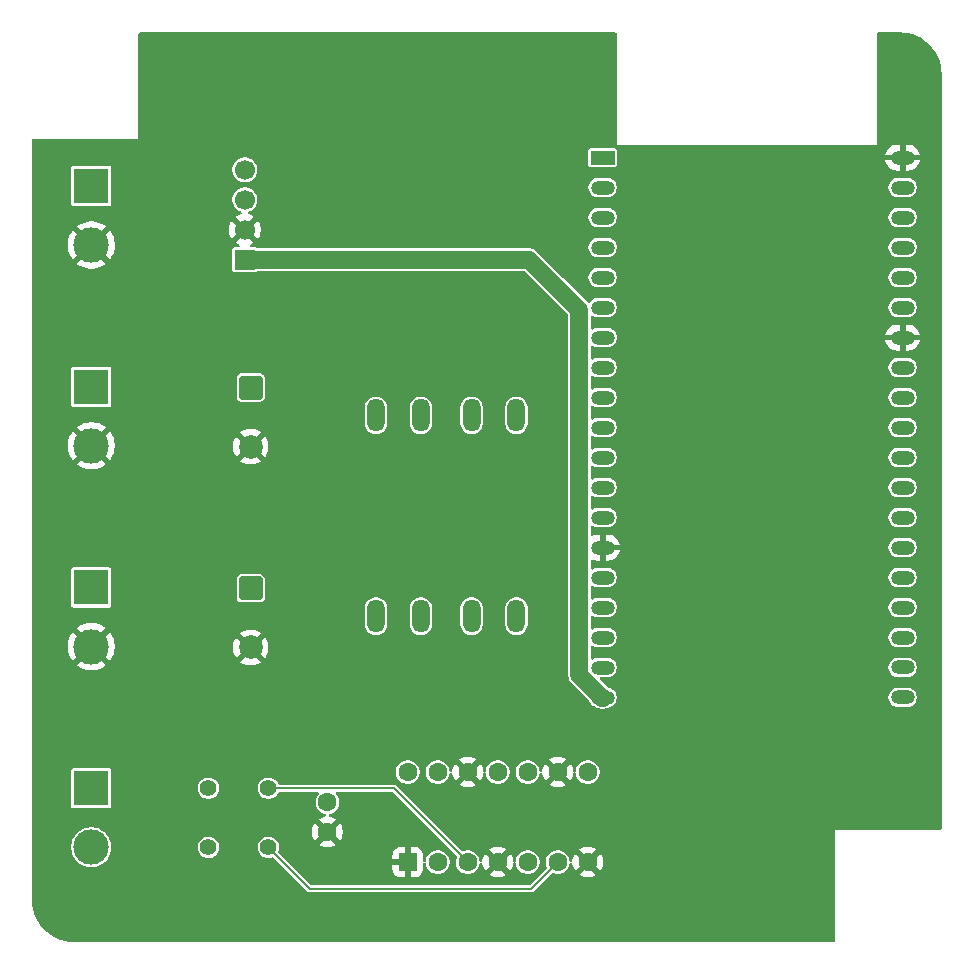
<source format=gbr>
%TF.GenerationSoftware,KiCad,Pcbnew,9.0.2*%
%TF.CreationDate,2025-05-19T00:13:54-04:00*%
%TF.ProjectId,WLED-Salon,574c4544-2d53-4616-9c6f-6e2e6b696361,rev?*%
%TF.SameCoordinates,Original*%
%TF.FileFunction,Copper,L2,Bot*%
%TF.FilePolarity,Positive*%
%FSLAX46Y46*%
G04 Gerber Fmt 4.6, Leading zero omitted, Abs format (unit mm)*
G04 Created by KiCad (PCBNEW 9.0.2) date 2025-05-19 00:13:54*
%MOMM*%
%LPD*%
G01*
G04 APERTURE LIST*
G04 Aperture macros list*
%AMRoundRect*
0 Rectangle with rounded corners*
0 $1 Rounding radius*
0 $2 $3 $4 $5 $6 $7 $8 $9 X,Y pos of 4 corners*
0 Add a 4 corners polygon primitive as box body*
4,1,4,$2,$3,$4,$5,$6,$7,$8,$9,$2,$3,0*
0 Add four circle primitives for the rounded corners*
1,1,$1+$1,$2,$3*
1,1,$1+$1,$4,$5*
1,1,$1+$1,$6,$7*
1,1,$1+$1,$8,$9*
0 Add four rect primitives between the rounded corners*
20,1,$1+$1,$2,$3,$4,$5,0*
20,1,$1+$1,$4,$5,$6,$7,0*
20,1,$1+$1,$6,$7,$8,$9,0*
20,1,$1+$1,$8,$9,$2,$3,0*%
G04 Aperture macros list end*
%TA.AperFunction,ComponentPad*%
%ADD10O,1.500000X2.800000*%
%TD*%
%TA.AperFunction,ComponentPad*%
%ADD11R,3.000000X3.000000*%
%TD*%
%TA.AperFunction,ComponentPad*%
%ADD12C,3.000000*%
%TD*%
%TA.AperFunction,ComponentPad*%
%ADD13RoundRect,0.250000X-0.750000X0.750000X-0.750000X-0.750000X0.750000X-0.750000X0.750000X0.750000X0*%
%TD*%
%TA.AperFunction,ComponentPad*%
%ADD14C,2.000000*%
%TD*%
%TA.AperFunction,ComponentPad*%
%ADD15C,1.400000*%
%TD*%
%TA.AperFunction,ComponentPad*%
%ADD16R,1.700000X1.700000*%
%TD*%
%TA.AperFunction,ComponentPad*%
%ADD17C,1.700000*%
%TD*%
%TA.AperFunction,ComponentPad*%
%ADD18C,1.600000*%
%TD*%
%TA.AperFunction,ComponentPad*%
%ADD19R,2.000000X1.200000*%
%TD*%
%TA.AperFunction,ComponentPad*%
%ADD20O,2.000000X1.200000*%
%TD*%
%TA.AperFunction,ComponentPad*%
%ADD21RoundRect,0.250000X0.550000X-0.550000X0.550000X0.550000X-0.550000X0.550000X-0.550000X-0.550000X0*%
%TD*%
%TA.AperFunction,Conductor*%
%ADD22C,0.200000*%
%TD*%
%TA.AperFunction,Conductor*%
%ADD23C,1.524000*%
%TD*%
G04 APERTURE END LIST*
D10*
%TO.P,F1,1*%
%TO.N,+12V*%
X166500000Y-79937500D03*
X162700000Y-79937500D03*
%TO.P,F1,2*%
%TO.N,Net-(J3-Pin_1)*%
X158400000Y-79937500D03*
X154600000Y-79937500D03*
%TD*%
%TO.P,F2,1*%
%TO.N,+12V*%
X166500000Y-96937500D03*
X162700000Y-96937500D03*
%TO.P,F2,2*%
%TO.N,Net-(J4-Pin_1)*%
X158400000Y-96937500D03*
X154600000Y-96937500D03*
%TD*%
D11*
%TO.P,J3,1,Pin_1*%
%TO.N,Net-(J3-Pin_1)*%
X130500000Y-77500000D03*
D12*
%TO.P,J3,2,Pin_2*%
%TO.N,GND*%
X130500000Y-82500000D03*
%TD*%
D13*
%TO.P,C1,1*%
%TO.N,Net-(J3-Pin_1)*%
X144000000Y-77569823D03*
D14*
%TO.P,C1,2*%
%TO.N,GND*%
X144000000Y-82569823D03*
%TD*%
D13*
%TO.P,C2,1*%
%TO.N,Net-(J4-Pin_1)*%
X144000000Y-94569823D03*
D14*
%TO.P,C2,2*%
%TO.N,GND*%
X144000000Y-99569823D03*
%TD*%
D15*
%TO.P,R2,1*%
%TO.N,Net-(R2-Pad1)*%
X145500000Y-116500000D03*
%TO.P,R2,2*%
%TO.N,DATA2*%
X140420000Y-116500000D03*
%TD*%
%TO.P,R1,1*%
%TO.N,Net-(R1-Pad1)*%
X145500000Y-111500000D03*
%TO.P,R1,2*%
%TO.N,DATA1*%
X140420000Y-111500000D03*
%TD*%
D11*
%TO.P,J5,1,Pin_1*%
%TO.N,DATA1*%
X130500000Y-111500000D03*
D12*
%TO.P,J5,2,Pin_2*%
%TO.N,DATA2*%
X130500000Y-116500000D03*
%TD*%
D11*
%TO.P,J4,1,Pin_1*%
%TO.N,Net-(J4-Pin_1)*%
X130500000Y-94500000D03*
D12*
%TO.P,J4,2,Pin_2*%
%TO.N,GND*%
X130500000Y-99500000D03*
%TD*%
D16*
%TO.P,J2,1,Pin_1*%
%TO.N,+5V*%
X143500000Y-66747500D03*
D17*
%TO.P,J2,2,Pin_2*%
%TO.N,GND*%
X143500000Y-64207500D03*
%TO.P,J2,3,Pin_3*%
%TO.N,+12V*%
X143500000Y-61667500D03*
%TO.P,J2,4,Pin_4*%
%TO.N,unconnected-(J2-Pin_4-Pad4)*%
X143500000Y-59127500D03*
%TD*%
D11*
%TO.P,J1,1,Pin_1*%
%TO.N,+12V*%
X130500000Y-60500000D03*
D12*
%TO.P,J1,2,Pin_2*%
%TO.N,GND*%
X130500000Y-65500000D03*
%TD*%
D18*
%TO.P,C3,1*%
%TO.N,+5V*%
X150500000Y-112687500D03*
%TO.P,C3,2*%
%TO.N,GND*%
X150500000Y-115187500D03*
%TD*%
D19*
%TO.P,U1,1,3V3*%
%TO.N,unconnected-(U1-3V3-Pad1)*%
X173800000Y-58096560D03*
D20*
%TO.P,U1,2,CHIP_PU*%
%TO.N,unconnected-(U1-CHIP_PU-Pad2)*%
X173800000Y-60636560D03*
%TO.P,U1,3,SENSOR_VP/GPIO36/ADC1_CH0*%
%TO.N,unconnected-(U1-SENSOR_VP{slash}GPIO36{slash}ADC1_CH0-Pad3)*%
X173800000Y-63176560D03*
%TO.P,U1,4,SENSOR_VN/GPIO39/ADC1_CH3*%
%TO.N,unconnected-(U1-SENSOR_VN{slash}GPIO39{slash}ADC1_CH3-Pad4)*%
X173800000Y-65716560D03*
%TO.P,U1,5,VDET_1/GPIO34/ADC1_CH6*%
%TO.N,unconnected-(U1-VDET_1{slash}GPIO34{slash}ADC1_CH6-Pad5)*%
X173800000Y-68256560D03*
%TO.P,U1,6,VDET_2/GPIO35/ADC1_CH7*%
%TO.N,unconnected-(U1-VDET_2{slash}GPIO35{slash}ADC1_CH7-Pad6)*%
X173800000Y-70796560D03*
%TO.P,U1,7,32K_XP/GPIO32/ADC1_CH4*%
%TO.N,unconnected-(U1-32K_XP{slash}GPIO32{slash}ADC1_CH4-Pad7)*%
X173800000Y-73336560D03*
%TO.P,U1,8,32K_XN/GPIO33/ADC1_CH5*%
%TO.N,unconnected-(U1-32K_XN{slash}GPIO33{slash}ADC1_CH5-Pad8)*%
X173800000Y-75876560D03*
%TO.P,U1,9,DAC_1/ADC2_CH8/GPIO25*%
%TO.N,unconnected-(U1-DAC_1{slash}ADC2_CH8{slash}GPIO25-Pad9)*%
X173800000Y-78416560D03*
%TO.P,U1,10,DAC_2/ADC2_CH9/GPIO26*%
%TO.N,unconnected-(U1-DAC_2{slash}ADC2_CH9{slash}GPIO26-Pad10)*%
X173800000Y-80956560D03*
%TO.P,U1,11,ADC2_CH7/GPIO27*%
%TO.N,unconnected-(U1-ADC2_CH7{slash}GPIO27-Pad11)*%
X173800000Y-83496560D03*
%TO.P,U1,12,MTMS/GPIO14/ADC2_CH6*%
%TO.N,unconnected-(U1-MTMS{slash}GPIO14{slash}ADC2_CH6-Pad12)*%
X173800000Y-86036560D03*
%TO.P,U1,13,MTDI/GPIO12/ADC2_CH5*%
%TO.N,unconnected-(U1-MTDI{slash}GPIO12{slash}ADC2_CH5-Pad13)*%
X173800000Y-88576560D03*
%TO.P,U1,14,GND*%
%TO.N,GND*%
X173800000Y-91116560D03*
%TO.P,U1,15,MTCK/GPIO13/ADC2_CH4*%
%TO.N,unconnected-(U1-MTCK{slash}GPIO13{slash}ADC2_CH4-Pad15)*%
X173800000Y-93656560D03*
%TO.P,U1,16,SD_DATA2/GPIO9*%
%TO.N,unconnected-(U1-SD_DATA2{slash}GPIO9-Pad16)*%
X173800000Y-96196560D03*
%TO.P,U1,17,SD_DATA3/GPIO10*%
%TO.N,unconnected-(U1-SD_DATA3{slash}GPIO10-Pad17)*%
X173800000Y-98736560D03*
%TO.P,U1,18,CMD*%
%TO.N,unconnected-(U1-CMD-Pad18)*%
X173800000Y-101276560D03*
%TO.P,U1,19,5V*%
%TO.N,+5V*%
X173800000Y-103816560D03*
%TO.P,U1,20,SD_CLK/GPIO6*%
%TO.N,unconnected-(U1-SD_CLK{slash}GPIO6-Pad20)*%
X199196320Y-103813840D03*
%TO.P,U1,21,SD_DATA0/GPIO7*%
%TO.N,unconnected-(U1-SD_DATA0{slash}GPIO7-Pad21)*%
X199196320Y-101273840D03*
%TO.P,U1,22,SD_DATA1/GPIO8*%
%TO.N,unconnected-(U1-SD_DATA1{slash}GPIO8-Pad22)*%
X199200000Y-98736560D03*
%TO.P,U1,23,MTDO/GPIO15/ADC2_CH3*%
%TO.N,unconnected-(U1-MTDO{slash}GPIO15{slash}ADC2_CH3-Pad23)*%
X199200000Y-96196560D03*
%TO.P,U1,24,ADC2_CH2/GPIO2*%
%TO.N,unconnected-(U1-ADC2_CH2{slash}GPIO2-Pad24)*%
X199200000Y-93656560D03*
%TO.P,U1,25,GPIO0/BOOT/ADC2_CH1*%
%TO.N,unconnected-(U1-GPIO0{slash}BOOT{slash}ADC2_CH1-Pad25)*%
X199200000Y-91116560D03*
%TO.P,U1,26,ADC2_CH0/GPIO4*%
%TO.N,unconnected-(U1-ADC2_CH0{slash}GPIO4-Pad26)*%
X199200000Y-88576560D03*
%TO.P,U1,27,GPIO16*%
%TO.N,GPIO16*%
X199200000Y-86036560D03*
%TO.P,U1,28,GPIO17*%
%TO.N,GPIO17*%
X199200000Y-83496560D03*
%TO.P,U1,29,GPIO5*%
%TO.N,unconnected-(U1-GPIO5-Pad29)*%
X199200000Y-80956560D03*
%TO.P,U1,30,GPIO18*%
%TO.N,unconnected-(U1-GPIO18-Pad30)*%
X199200000Y-78416560D03*
%TO.P,U1,31,GPIO19*%
%TO.N,unconnected-(U1-GPIO19-Pad31)*%
X199200000Y-75876560D03*
%TO.P,U1,32,GND*%
%TO.N,GND*%
X199200000Y-73336560D03*
%TO.P,U1,33,GPIO21*%
%TO.N,unconnected-(U1-GPIO21-Pad33)*%
X199200000Y-70796560D03*
%TO.P,U1,34,U0RXD/GPIO3*%
%TO.N,unconnected-(U1-U0RXD{slash}GPIO3-Pad34)*%
X199200000Y-68256560D03*
%TO.P,U1,35,U0TXD/GPIO1*%
%TO.N,unconnected-(U1-U0TXD{slash}GPIO1-Pad35)*%
X199200000Y-65716560D03*
%TO.P,U1,36,GPIO22*%
%TO.N,unconnected-(U1-GPIO22-Pad36)*%
X199200000Y-63176560D03*
%TO.P,U1,37,GPIO23*%
%TO.N,unconnected-(U1-GPIO23-Pad37)*%
X199200000Y-60636560D03*
%TO.P,U1,38,GND*%
%TO.N,GND*%
X199200000Y-58096560D03*
%TD*%
D21*
%TO.P,U2,1*%
%TO.N,GND*%
X157300000Y-117747500D03*
D18*
%TO.P,U2,2*%
%TO.N,GPIO16*%
X159840000Y-117747500D03*
%TO.P,U2,3*%
%TO.N,Net-(R1-Pad1)*%
X162380000Y-117747500D03*
%TO.P,U2,4*%
%TO.N,GND*%
X164920000Y-117747500D03*
%TO.P,U2,5*%
%TO.N,GPIO17*%
X167460000Y-117747500D03*
%TO.P,U2,6*%
%TO.N,Net-(R2-Pad1)*%
X170000000Y-117747500D03*
%TO.P,U2,7,GND*%
%TO.N,GND*%
X172540000Y-117747500D03*
%TO.P,U2,8*%
%TO.N,unconnected-(U2-Pad8)*%
X172540000Y-110127500D03*
%TO.P,U2,9*%
%TO.N,GND*%
X170000000Y-110127500D03*
%TO.P,U2,10*%
%TO.N,+5V*%
X167460000Y-110127500D03*
%TO.P,U2,11*%
%TO.N,unconnected-(U2-Pad11)*%
X164920000Y-110127500D03*
%TO.P,U2,12*%
%TO.N,GND*%
X162380000Y-110127500D03*
%TO.P,U2,13*%
%TO.N,+5V*%
X159840000Y-110127500D03*
%TO.P,U2,14,VCC*%
X157300000Y-110127500D03*
%TD*%
D22*
%TO.N,Net-(R1-Pad1)*%
X162380000Y-117747500D02*
X156132500Y-111500000D01*
X156132500Y-111500000D02*
X145500000Y-111500000D01*
%TO.N,Net-(R2-Pad1)*%
X170000000Y-117747500D02*
X167747500Y-120000000D01*
X167747500Y-120000000D02*
X149000000Y-120000000D01*
X149000000Y-120000000D02*
X145500000Y-116500000D01*
D23*
%TO.N,+5V*%
X143500000Y-66747500D02*
X167584500Y-66747500D01*
X167584500Y-66747500D02*
X171837000Y-71000000D01*
X171837000Y-71000000D02*
X171837000Y-101923976D01*
X171837000Y-101923976D02*
X173729584Y-103816560D01*
X173729584Y-103816560D02*
X173800000Y-103816560D01*
%TD*%
%TA.AperFunction,Conductor*%
%TO.N,GND*%
G36*
X174943039Y-47520185D02*
G01*
X174988794Y-47572989D01*
X175000000Y-47624500D01*
X175000000Y-57000000D01*
X197000000Y-57000000D01*
X197000000Y-47624500D01*
X197019685Y-47557461D01*
X197072489Y-47511706D01*
X197124000Y-47500500D01*
X198934108Y-47500500D01*
X198996949Y-47500500D01*
X199003032Y-47500648D01*
X199336929Y-47517052D01*
X199349037Y-47518245D01*
X199362116Y-47520185D01*
X199676699Y-47566849D01*
X199688617Y-47569219D01*
X200009951Y-47649709D01*
X200021588Y-47653240D01*
X200092806Y-47678722D01*
X200333467Y-47764832D01*
X200344688Y-47769479D01*
X200644163Y-47911120D01*
X200654871Y-47916844D01*
X200938988Y-48087137D01*
X200949106Y-48093897D01*
X201215170Y-48291224D01*
X201224576Y-48298944D01*
X201470013Y-48521395D01*
X201478604Y-48529986D01*
X201665755Y-48736475D01*
X201701055Y-48775423D01*
X201708775Y-48784829D01*
X201906102Y-49050893D01*
X201912862Y-49061011D01*
X202041776Y-49276092D01*
X202083148Y-49345116D01*
X202088885Y-49355848D01*
X202230514Y-49655297D01*
X202235170Y-49666540D01*
X202346759Y-49978411D01*
X202350292Y-49990055D01*
X202430777Y-50311369D01*
X202433151Y-50323305D01*
X202481754Y-50650962D01*
X202482947Y-50663071D01*
X202499351Y-50996966D01*
X202499500Y-51003051D01*
X202499500Y-114876000D01*
X202479815Y-114943039D01*
X202427011Y-114988794D01*
X202375500Y-115000000D01*
X193500000Y-115000000D01*
X193500000Y-124375500D01*
X193480315Y-124442539D01*
X193427511Y-124488294D01*
X193376000Y-124499500D01*
X129003051Y-124499500D01*
X128996968Y-124499351D01*
X128976900Y-124498365D01*
X128663071Y-124482947D01*
X128650962Y-124481754D01*
X128323305Y-124433151D01*
X128311369Y-124430777D01*
X127990055Y-124350292D01*
X127978411Y-124346759D01*
X127666540Y-124235170D01*
X127655301Y-124230515D01*
X127355844Y-124088883D01*
X127345121Y-124083150D01*
X127061011Y-123912862D01*
X127050893Y-123906102D01*
X126784829Y-123708775D01*
X126775423Y-123701055D01*
X126736475Y-123665755D01*
X126529986Y-123478604D01*
X126521395Y-123470013D01*
X126298944Y-123224576D01*
X126291224Y-123215170D01*
X126191034Y-123080080D01*
X126093895Y-122949103D01*
X126087137Y-122938988D01*
X125916844Y-122654871D01*
X125911120Y-122644163D01*
X125769479Y-122344688D01*
X125764829Y-122333459D01*
X125653240Y-122021588D01*
X125649707Y-122009944D01*
X125640958Y-121975015D01*
X125569219Y-121688617D01*
X125566848Y-121676694D01*
X125518245Y-121349037D01*
X125517052Y-121336927D01*
X125500649Y-121003032D01*
X125500500Y-120996948D01*
X125500500Y-116388549D01*
X128799500Y-116388549D01*
X128799500Y-116611450D01*
X128799501Y-116611466D01*
X128828594Y-116832452D01*
X128828595Y-116832457D01*
X128828596Y-116832463D01*
X128879269Y-117021577D01*
X128886290Y-117047780D01*
X128886293Y-117047790D01*
X128969417Y-117248468D01*
X128971595Y-117253726D01*
X129083052Y-117446774D01*
X129083057Y-117446780D01*
X129083058Y-117446782D01*
X129218751Y-117623622D01*
X129218757Y-117623629D01*
X129376370Y-117781242D01*
X129376377Y-117781248D01*
X129476974Y-117858438D01*
X129553226Y-117916948D01*
X129746274Y-118028405D01*
X129952219Y-118113710D01*
X130167537Y-118171404D01*
X130388543Y-118200500D01*
X130388550Y-118200500D01*
X130611450Y-118200500D01*
X130611457Y-118200500D01*
X130832463Y-118171404D01*
X131047781Y-118113710D01*
X131253726Y-118028405D01*
X131446774Y-117916948D01*
X131623624Y-117781247D01*
X131781247Y-117623624D01*
X131916948Y-117446774D01*
X132028405Y-117253726D01*
X132113710Y-117047781D01*
X132171404Y-116832463D01*
X132200500Y-116611457D01*
X132200500Y-116411304D01*
X139519500Y-116411304D01*
X139519500Y-116588695D01*
X139554103Y-116762658D01*
X139554106Y-116762667D01*
X139621983Y-116926540D01*
X139621990Y-116926553D01*
X139720535Y-117074034D01*
X139720538Y-117074038D01*
X139845961Y-117199461D01*
X139845965Y-117199464D01*
X139993446Y-117298009D01*
X139993459Y-117298016D01*
X140089800Y-117337921D01*
X140157334Y-117365894D01*
X140157336Y-117365894D01*
X140157341Y-117365896D01*
X140331304Y-117400499D01*
X140331307Y-117400500D01*
X140331309Y-117400500D01*
X140508693Y-117400500D01*
X140508694Y-117400499D01*
X140566682Y-117388964D01*
X140682658Y-117365896D01*
X140682661Y-117365894D01*
X140682666Y-117365894D01*
X140846547Y-117298013D01*
X140994035Y-117199464D01*
X141119464Y-117074035D01*
X141218013Y-116926547D01*
X141285894Y-116762666D01*
X141289011Y-116747000D01*
X141315970Y-116611466D01*
X141320500Y-116588691D01*
X141320500Y-116411309D01*
X141320500Y-116411306D01*
X141320499Y-116411304D01*
X144599500Y-116411304D01*
X144599500Y-116588695D01*
X144634103Y-116762658D01*
X144634106Y-116762667D01*
X144701983Y-116926540D01*
X144701990Y-116926553D01*
X144800535Y-117074034D01*
X144800538Y-117074038D01*
X144925961Y-117199461D01*
X144925965Y-117199464D01*
X145073446Y-117298009D01*
X145073459Y-117298016D01*
X145169800Y-117337921D01*
X145237334Y-117365894D01*
X145237336Y-117365894D01*
X145237341Y-117365896D01*
X145411304Y-117400499D01*
X145411307Y-117400500D01*
X145411309Y-117400500D01*
X145588693Y-117400500D01*
X145588694Y-117400499D01*
X145762666Y-117365894D01*
X145812168Y-117345389D01*
X145881633Y-117337921D01*
X145944113Y-117369195D01*
X145947299Y-117372270D01*
X148759540Y-120184511D01*
X148815489Y-120240460D01*
X148815491Y-120240461D01*
X148815495Y-120240464D01*
X148884004Y-120280017D01*
X148884011Y-120280021D01*
X148960438Y-120300500D01*
X148960440Y-120300500D01*
X167787060Y-120300500D01*
X167787062Y-120300500D01*
X167863489Y-120280021D01*
X167932011Y-120240460D01*
X167987960Y-120184511D01*
X169476165Y-118696304D01*
X169537486Y-118662821D01*
X169607177Y-118667805D01*
X169611254Y-118669409D01*
X169708165Y-118709551D01*
X169708169Y-118709551D01*
X169708170Y-118709552D01*
X169901456Y-118748000D01*
X169901459Y-118748000D01*
X170098543Y-118748000D01*
X170228582Y-118722132D01*
X170291835Y-118709551D01*
X170333164Y-118692431D01*
X170399021Y-118665154D01*
X170473907Y-118634135D01*
X170473907Y-118634134D01*
X170473914Y-118634132D01*
X170637782Y-118524639D01*
X170777139Y-118385282D01*
X170886632Y-118221414D01*
X170962051Y-118039335D01*
X170998034Y-117858437D01*
X171030419Y-117796527D01*
X171091134Y-117761953D01*
X171160904Y-117765692D01*
X171217576Y-117806559D01*
X171242124Y-117863231D01*
X171272009Y-118051917D01*
X171335244Y-118246531D01*
X171428141Y-118428850D01*
X171428147Y-118428859D01*
X171460523Y-118473421D01*
X171460524Y-118473422D01*
X172140000Y-117793946D01*
X172140000Y-117800161D01*
X172167259Y-117901894D01*
X172219920Y-117993106D01*
X172294394Y-118067580D01*
X172385606Y-118120241D01*
X172487339Y-118147500D01*
X172493553Y-118147500D01*
X171814076Y-118826974D01*
X171858650Y-118859359D01*
X172040968Y-118952255D01*
X172235582Y-119015490D01*
X172437683Y-119047500D01*
X172642317Y-119047500D01*
X172844417Y-119015490D01*
X173039031Y-118952255D01*
X173221349Y-118859359D01*
X173265921Y-118826974D01*
X172586447Y-118147500D01*
X172592661Y-118147500D01*
X172694394Y-118120241D01*
X172785606Y-118067580D01*
X172860080Y-117993106D01*
X172912741Y-117901894D01*
X172940000Y-117800161D01*
X172940000Y-117793948D01*
X173619474Y-118473422D01*
X173619474Y-118473421D01*
X173651859Y-118428849D01*
X173744755Y-118246531D01*
X173807990Y-118051917D01*
X173840000Y-117849817D01*
X173840000Y-117645182D01*
X173807990Y-117443082D01*
X173744755Y-117248468D01*
X173651859Y-117066150D01*
X173619474Y-117021577D01*
X173619474Y-117021576D01*
X172940000Y-117701051D01*
X172940000Y-117694839D01*
X172912741Y-117593106D01*
X172860080Y-117501894D01*
X172785606Y-117427420D01*
X172694394Y-117374759D01*
X172592661Y-117347500D01*
X172586446Y-117347500D01*
X173265922Y-116668024D01*
X173265921Y-116668023D01*
X173221359Y-116635647D01*
X173221350Y-116635641D01*
X173039031Y-116542744D01*
X172844417Y-116479509D01*
X172642317Y-116447500D01*
X172437683Y-116447500D01*
X172235582Y-116479509D01*
X172040968Y-116542744D01*
X171858644Y-116635643D01*
X171814077Y-116668023D01*
X171814077Y-116668024D01*
X172493554Y-117347500D01*
X172487339Y-117347500D01*
X172385606Y-117374759D01*
X172294394Y-117427420D01*
X172219920Y-117501894D01*
X172167259Y-117593106D01*
X172140000Y-117694839D01*
X172140000Y-117701053D01*
X171460524Y-117021577D01*
X171460523Y-117021577D01*
X171428143Y-117066144D01*
X171335244Y-117248468D01*
X171272010Y-117443081D01*
X171242124Y-117631769D01*
X171212194Y-117694903D01*
X171152883Y-117731834D01*
X171083020Y-117730836D01*
X171024788Y-117692226D01*
X170998034Y-117636561D01*
X170988409Y-117588174D01*
X170962051Y-117455665D01*
X170939201Y-117400499D01*
X170886635Y-117273592D01*
X170886628Y-117273579D01*
X170777139Y-117109718D01*
X170777136Y-117109714D01*
X170637785Y-116970363D01*
X170637781Y-116970360D01*
X170473920Y-116860871D01*
X170473907Y-116860864D01*
X170399016Y-116829844D01*
X170291839Y-116785450D01*
X170291829Y-116785447D01*
X170098543Y-116747000D01*
X170098541Y-116747000D01*
X169901459Y-116747000D01*
X169901457Y-116747000D01*
X169708170Y-116785447D01*
X169708160Y-116785450D01*
X169526092Y-116860864D01*
X169526079Y-116860871D01*
X169362218Y-116970360D01*
X169362214Y-116970363D01*
X169222863Y-117109714D01*
X169222860Y-117109718D01*
X169113371Y-117273579D01*
X169113364Y-117273592D01*
X169037950Y-117455660D01*
X169037947Y-117455670D01*
X168999500Y-117648956D01*
X168999500Y-117648959D01*
X168999500Y-117846041D01*
X168999500Y-117846043D01*
X168999499Y-117846043D01*
X169037947Y-118039329D01*
X169037950Y-118039339D01*
X169078072Y-118136202D01*
X169085541Y-118205671D01*
X169054266Y-118268150D01*
X169051192Y-118271335D01*
X167659348Y-119663181D01*
X167598025Y-119696666D01*
X167571667Y-119699500D01*
X149175833Y-119699500D01*
X149108794Y-119679815D01*
X149088152Y-119663181D01*
X146572484Y-117147513D01*
X156000000Y-117147513D01*
X156000000Y-117497500D01*
X156984314Y-117497500D01*
X156979920Y-117501894D01*
X156927259Y-117593106D01*
X156900000Y-117694839D01*
X156900000Y-117800161D01*
X156927259Y-117901894D01*
X156979920Y-117993106D01*
X156984314Y-117997500D01*
X156000001Y-117997500D01*
X156000001Y-118347486D01*
X156010494Y-118450197D01*
X156065641Y-118616619D01*
X156065643Y-118616624D01*
X156157684Y-118765845D01*
X156281654Y-118889815D01*
X156430875Y-118981856D01*
X156430880Y-118981858D01*
X156597302Y-119037005D01*
X156597309Y-119037006D01*
X156700019Y-119047499D01*
X157049999Y-119047499D01*
X157050000Y-119047498D01*
X157050000Y-118063186D01*
X157054394Y-118067580D01*
X157145606Y-118120241D01*
X157247339Y-118147500D01*
X157352661Y-118147500D01*
X157454394Y-118120241D01*
X157545606Y-118067580D01*
X157550000Y-118063186D01*
X157550000Y-119047499D01*
X157899972Y-119047499D01*
X157899986Y-119047498D01*
X158002697Y-119037005D01*
X158169119Y-118981858D01*
X158169124Y-118981856D01*
X158318345Y-118889815D01*
X158442315Y-118765845D01*
X158534356Y-118616624D01*
X158534358Y-118616619D01*
X158589505Y-118450197D01*
X158589506Y-118450190D01*
X158599999Y-118347486D01*
X158599999Y-117900985D01*
X158619683Y-117833946D01*
X158672487Y-117788191D01*
X158741646Y-117778247D01*
X158805202Y-117807272D01*
X158842976Y-117866050D01*
X158845616Y-117876793D01*
X158877947Y-118039329D01*
X158877950Y-118039339D01*
X158953364Y-118221407D01*
X158953371Y-118221420D01*
X159062860Y-118385281D01*
X159062863Y-118385285D01*
X159202214Y-118524636D01*
X159202218Y-118524639D01*
X159366079Y-118634128D01*
X159366092Y-118634135D01*
X159516188Y-118696306D01*
X159548165Y-118709551D01*
X159548169Y-118709551D01*
X159548170Y-118709552D01*
X159741456Y-118748000D01*
X159741459Y-118748000D01*
X159938543Y-118748000D01*
X160068582Y-118722132D01*
X160131835Y-118709551D01*
X160313914Y-118634132D01*
X160477782Y-118524639D01*
X160617139Y-118385282D01*
X160726632Y-118221414D01*
X160802051Y-118039335D01*
X160838034Y-117858438D01*
X160840500Y-117846043D01*
X160840500Y-117648956D01*
X160802052Y-117455670D01*
X160802051Y-117455669D01*
X160802051Y-117455665D01*
X160779201Y-117400499D01*
X160726635Y-117273592D01*
X160726628Y-117273579D01*
X160617139Y-117109718D01*
X160617136Y-117109714D01*
X160477785Y-116970363D01*
X160477781Y-116970360D01*
X160313920Y-116860871D01*
X160313907Y-116860864D01*
X160131839Y-116785450D01*
X160131829Y-116785447D01*
X159938543Y-116747000D01*
X159938541Y-116747000D01*
X159741459Y-116747000D01*
X159741457Y-116747000D01*
X159548170Y-116785447D01*
X159548160Y-116785450D01*
X159366092Y-116860864D01*
X159366079Y-116860871D01*
X159202218Y-116970360D01*
X159202214Y-116970363D01*
X159062863Y-117109714D01*
X159062860Y-117109718D01*
X158953371Y-117273579D01*
X158953364Y-117273592D01*
X158877950Y-117455660D01*
X158877947Y-117455670D01*
X158845616Y-117618207D01*
X158813231Y-117680118D01*
X158752515Y-117714692D01*
X158682745Y-117710951D01*
X158626074Y-117670085D01*
X158600492Y-117605067D01*
X158599999Y-117594015D01*
X158599999Y-117147528D01*
X158599998Y-117147512D01*
X158589505Y-117044802D01*
X158534358Y-116878380D01*
X158534354Y-116878372D01*
X158442315Y-116729154D01*
X158318345Y-116605184D01*
X158169124Y-116513143D01*
X158169119Y-116513141D01*
X158002697Y-116457994D01*
X158002690Y-116457993D01*
X157899986Y-116447500D01*
X157550000Y-116447500D01*
X157550000Y-117431814D01*
X157545606Y-117427420D01*
X157454394Y-117374759D01*
X157352661Y-117347500D01*
X157247339Y-117347500D01*
X157145606Y-117374759D01*
X157054394Y-117427420D01*
X157050000Y-117431814D01*
X157050000Y-116447500D01*
X156700028Y-116447500D01*
X156700012Y-116447501D01*
X156597302Y-116457994D01*
X156430880Y-116513141D01*
X156430875Y-116513143D01*
X156281654Y-116605184D01*
X156157684Y-116729154D01*
X156065646Y-116878372D01*
X156065641Y-116878380D01*
X156010494Y-117044802D01*
X156010493Y-117044809D01*
X156000000Y-117147513D01*
X146572484Y-117147513D01*
X146372270Y-116947299D01*
X146338785Y-116885976D01*
X146343769Y-116816284D01*
X146345363Y-116812231D01*
X146365894Y-116762666D01*
X146400500Y-116588691D01*
X146400500Y-116411309D01*
X146400500Y-116411306D01*
X146400499Y-116411304D01*
X146367202Y-116243906D01*
X146365895Y-116237339D01*
X146365893Y-116237332D01*
X146298016Y-116073459D01*
X146298009Y-116073446D01*
X146199464Y-115925965D01*
X146199461Y-115925961D01*
X146074038Y-115800538D01*
X146074034Y-115800535D01*
X145926553Y-115701990D01*
X145926540Y-115701983D01*
X145762667Y-115634106D01*
X145762658Y-115634103D01*
X145588694Y-115599500D01*
X145588691Y-115599500D01*
X145411309Y-115599500D01*
X145411306Y-115599500D01*
X145237341Y-115634103D01*
X145237332Y-115634106D01*
X145073459Y-115701983D01*
X145073446Y-115701990D01*
X144925965Y-115800535D01*
X144925961Y-115800538D01*
X144800538Y-115925961D01*
X144800535Y-115925965D01*
X144701990Y-116073446D01*
X144701983Y-116073459D01*
X144634106Y-116237332D01*
X144634103Y-116237341D01*
X144599500Y-116411304D01*
X141320499Y-116411304D01*
X141285896Y-116237341D01*
X141285893Y-116237332D01*
X141218016Y-116073459D01*
X141218009Y-116073446D01*
X141119464Y-115925965D01*
X141119461Y-115925961D01*
X140994038Y-115800538D01*
X140994034Y-115800535D01*
X140846553Y-115701990D01*
X140846540Y-115701983D01*
X140682667Y-115634106D01*
X140682658Y-115634103D01*
X140508694Y-115599500D01*
X140508691Y-115599500D01*
X140331309Y-115599500D01*
X140331306Y-115599500D01*
X140157341Y-115634103D01*
X140157332Y-115634106D01*
X139993459Y-115701983D01*
X139993446Y-115701990D01*
X139845965Y-115800535D01*
X139845961Y-115800538D01*
X139720538Y-115925961D01*
X139720535Y-115925965D01*
X139621990Y-116073446D01*
X139621983Y-116073459D01*
X139554106Y-116237332D01*
X139554103Y-116237341D01*
X139519500Y-116411304D01*
X132200500Y-116411304D01*
X132200500Y-116388543D01*
X132171404Y-116167537D01*
X132113710Y-115952219D01*
X132028405Y-115746274D01*
X131916948Y-115553226D01*
X131781247Y-115376376D01*
X131781242Y-115376370D01*
X131623629Y-115218757D01*
X131623622Y-115218751D01*
X131571416Y-115178692D01*
X131446783Y-115083058D01*
X131446777Y-115083054D01*
X131446774Y-115083052D01*
X131253726Y-114971595D01*
X131253722Y-114971593D01*
X131047790Y-114886293D01*
X131047783Y-114886291D01*
X131047781Y-114886290D01*
X130832463Y-114828596D01*
X130832457Y-114828595D01*
X130832452Y-114828594D01*
X130611466Y-114799501D01*
X130611463Y-114799500D01*
X130611457Y-114799500D01*
X130388543Y-114799500D01*
X130388537Y-114799500D01*
X130388533Y-114799501D01*
X130167547Y-114828594D01*
X130167540Y-114828595D01*
X130167537Y-114828596D01*
X129952219Y-114886290D01*
X129952209Y-114886293D01*
X129746277Y-114971593D01*
X129746273Y-114971595D01*
X129553226Y-115083052D01*
X129553217Y-115083058D01*
X129376377Y-115218751D01*
X129376370Y-115218757D01*
X129218757Y-115376370D01*
X129218751Y-115376377D01*
X129083058Y-115553217D01*
X129083052Y-115553226D01*
X128971595Y-115746273D01*
X128971593Y-115746277D01*
X128886293Y-115952209D01*
X128886290Y-115952219D01*
X128853808Y-116073446D01*
X128828597Y-116167534D01*
X128828594Y-116167547D01*
X128799501Y-116388533D01*
X128799500Y-116388549D01*
X125500500Y-116388549D01*
X125500500Y-109980247D01*
X128799500Y-109980247D01*
X128799500Y-113019752D01*
X128811131Y-113078229D01*
X128811132Y-113078230D01*
X128855447Y-113144552D01*
X128921769Y-113188867D01*
X128921770Y-113188868D01*
X128980247Y-113200499D01*
X128980250Y-113200500D01*
X128980252Y-113200500D01*
X132019750Y-113200500D01*
X132019751Y-113200499D01*
X132034568Y-113197552D01*
X132078229Y-113188868D01*
X132078229Y-113188867D01*
X132078231Y-113188867D01*
X132144552Y-113144552D01*
X132188867Y-113078231D01*
X132188867Y-113078229D01*
X132188868Y-113078229D01*
X132200499Y-113019752D01*
X132200500Y-113019750D01*
X132200500Y-111411304D01*
X139519500Y-111411304D01*
X139519500Y-111588695D01*
X139554103Y-111762658D01*
X139554106Y-111762667D01*
X139621983Y-111926540D01*
X139621990Y-111926553D01*
X139720535Y-112074034D01*
X139720538Y-112074038D01*
X139845961Y-112199461D01*
X139845965Y-112199464D01*
X139993446Y-112298009D01*
X139993459Y-112298016D01*
X140116363Y-112348923D01*
X140157334Y-112365894D01*
X140157336Y-112365894D01*
X140157341Y-112365896D01*
X140331304Y-112400499D01*
X140331307Y-112400500D01*
X140331309Y-112400500D01*
X140508693Y-112400500D01*
X140508694Y-112400499D01*
X140566682Y-112388964D01*
X140682658Y-112365896D01*
X140682661Y-112365894D01*
X140682666Y-112365894D01*
X140846547Y-112298013D01*
X140994035Y-112199464D01*
X141119464Y-112074035D01*
X141218013Y-111926547D01*
X141285894Y-111762666D01*
X141320500Y-111588691D01*
X141320500Y-111411309D01*
X141320500Y-111411306D01*
X141320499Y-111411304D01*
X144599500Y-111411304D01*
X144599500Y-111588695D01*
X144634103Y-111762658D01*
X144634106Y-111762667D01*
X144701983Y-111926540D01*
X144701990Y-111926553D01*
X144800535Y-112074034D01*
X144800538Y-112074038D01*
X144925961Y-112199461D01*
X144925965Y-112199464D01*
X145073446Y-112298009D01*
X145073459Y-112298016D01*
X145196363Y-112348923D01*
X145237334Y-112365894D01*
X145237336Y-112365894D01*
X145237341Y-112365896D01*
X145411304Y-112400499D01*
X145411307Y-112400500D01*
X145411309Y-112400500D01*
X145588693Y-112400500D01*
X145588694Y-112400499D01*
X145646682Y-112388964D01*
X145762658Y-112365896D01*
X145762661Y-112365894D01*
X145762666Y-112365894D01*
X145926547Y-112298013D01*
X146074035Y-112199464D01*
X146199464Y-112074035D01*
X146298013Y-111926547D01*
X146318516Y-111877047D01*
X146362356Y-111822645D01*
X146428650Y-111800579D01*
X146433077Y-111800500D01*
X149672716Y-111800500D01*
X149739755Y-111820185D01*
X149785510Y-111872989D01*
X149795454Y-111942147D01*
X149766429Y-112005703D01*
X149760397Y-112012181D01*
X149722863Y-112049714D01*
X149722860Y-112049718D01*
X149613371Y-112213579D01*
X149613364Y-112213592D01*
X149537950Y-112395660D01*
X149537947Y-112395670D01*
X149499500Y-112588956D01*
X149499500Y-112588959D01*
X149499500Y-112786041D01*
X149499500Y-112786043D01*
X149499499Y-112786043D01*
X149537947Y-112979329D01*
X149537950Y-112979339D01*
X149613364Y-113161407D01*
X149613371Y-113161420D01*
X149722860Y-113325281D01*
X149722863Y-113325285D01*
X149862214Y-113464636D01*
X149862218Y-113464639D01*
X150026079Y-113574128D01*
X150026092Y-113574135D01*
X150208160Y-113649549D01*
X150208165Y-113649551D01*
X150208169Y-113649551D01*
X150208170Y-113649552D01*
X150277112Y-113663266D01*
X150339023Y-113695651D01*
X150373597Y-113756367D01*
X150369857Y-113826136D01*
X150328990Y-113882808D01*
X150272318Y-113907356D01*
X150195582Y-113919509D01*
X150000968Y-113982744D01*
X149818644Y-114075643D01*
X149774077Y-114108023D01*
X149774077Y-114108024D01*
X150453554Y-114787500D01*
X150447339Y-114787500D01*
X150345606Y-114814759D01*
X150254394Y-114867420D01*
X150179920Y-114941894D01*
X150127259Y-115033106D01*
X150100000Y-115134839D01*
X150100000Y-115141053D01*
X149420524Y-114461577D01*
X149420523Y-114461577D01*
X149388143Y-114506144D01*
X149295244Y-114688468D01*
X149232009Y-114883082D01*
X149200000Y-115085182D01*
X149200000Y-115289817D01*
X149232009Y-115491917D01*
X149295244Y-115686531D01*
X149388141Y-115868850D01*
X149388147Y-115868859D01*
X149420523Y-115913421D01*
X149420524Y-115913422D01*
X150100000Y-115233946D01*
X150100000Y-115240161D01*
X150127259Y-115341894D01*
X150179920Y-115433106D01*
X150254394Y-115507580D01*
X150345606Y-115560241D01*
X150447339Y-115587500D01*
X150453553Y-115587500D01*
X149774076Y-116266974D01*
X149818650Y-116299359D01*
X150000968Y-116392255D01*
X150195582Y-116455490D01*
X150397683Y-116487500D01*
X150602317Y-116487500D01*
X150804417Y-116455490D01*
X150999031Y-116392255D01*
X151181349Y-116299359D01*
X151225921Y-116266974D01*
X150546447Y-115587500D01*
X150552661Y-115587500D01*
X150654394Y-115560241D01*
X150745606Y-115507580D01*
X150820080Y-115433106D01*
X150872741Y-115341894D01*
X150900000Y-115240161D01*
X150900000Y-115233947D01*
X151579474Y-115913421D01*
X151611859Y-115868849D01*
X151704755Y-115686531D01*
X151767990Y-115491917D01*
X151800000Y-115289817D01*
X151800000Y-115085182D01*
X151767990Y-114883082D01*
X151704755Y-114688468D01*
X151611859Y-114506150D01*
X151579474Y-114461577D01*
X151579474Y-114461576D01*
X150900000Y-115141051D01*
X150900000Y-115134839D01*
X150872741Y-115033106D01*
X150820080Y-114941894D01*
X150745606Y-114867420D01*
X150654394Y-114814759D01*
X150552661Y-114787500D01*
X150546446Y-114787500D01*
X151225922Y-114108024D01*
X151225921Y-114108023D01*
X151181359Y-114075647D01*
X151181350Y-114075641D01*
X150999031Y-113982744D01*
X150804417Y-113919509D01*
X150727681Y-113907356D01*
X150664546Y-113877427D01*
X150627615Y-113818115D01*
X150628613Y-113748253D01*
X150667223Y-113690020D01*
X150722888Y-113663266D01*
X150752092Y-113657456D01*
X150791835Y-113649551D01*
X150973914Y-113574132D01*
X151137782Y-113464639D01*
X151277139Y-113325282D01*
X151386632Y-113161414D01*
X151462051Y-112979335D01*
X151500500Y-112786041D01*
X151500500Y-112588959D01*
X151500500Y-112588956D01*
X151462052Y-112395670D01*
X151462051Y-112395669D01*
X151462051Y-112395665D01*
X151462049Y-112395660D01*
X151386635Y-112213592D01*
X151386628Y-112213579D01*
X151277139Y-112049718D01*
X151277136Y-112049714D01*
X151239603Y-112012181D01*
X151206118Y-111950858D01*
X151211102Y-111881166D01*
X151252974Y-111825233D01*
X151318438Y-111800816D01*
X151327284Y-111800500D01*
X155956667Y-111800500D01*
X156023706Y-111820185D01*
X156044348Y-111836819D01*
X161431192Y-117223663D01*
X161464677Y-117284986D01*
X161459693Y-117354678D01*
X161458073Y-117358795D01*
X161440799Y-117400499D01*
X161421629Y-117446782D01*
X161417948Y-117455668D01*
X161417947Y-117455671D01*
X161379500Y-117648956D01*
X161379500Y-117648959D01*
X161379500Y-117846041D01*
X161379500Y-117846043D01*
X161379499Y-117846043D01*
X161417947Y-118039329D01*
X161417950Y-118039339D01*
X161493364Y-118221407D01*
X161493371Y-118221420D01*
X161602860Y-118385281D01*
X161602863Y-118385285D01*
X161742214Y-118524636D01*
X161742218Y-118524639D01*
X161906079Y-118634128D01*
X161906092Y-118634135D01*
X162056188Y-118696306D01*
X162088165Y-118709551D01*
X162088169Y-118709551D01*
X162088170Y-118709552D01*
X162281456Y-118748000D01*
X162281459Y-118748000D01*
X162478543Y-118748000D01*
X162608582Y-118722132D01*
X162671835Y-118709551D01*
X162713164Y-118692431D01*
X162779021Y-118665154D01*
X162853907Y-118634135D01*
X162853907Y-118634134D01*
X162853914Y-118634132D01*
X163017782Y-118524639D01*
X163157139Y-118385282D01*
X163266632Y-118221414D01*
X163342051Y-118039335D01*
X163378034Y-117858437D01*
X163410419Y-117796527D01*
X163471134Y-117761953D01*
X163540904Y-117765692D01*
X163597576Y-117806559D01*
X163622124Y-117863231D01*
X163652009Y-118051917D01*
X163715244Y-118246531D01*
X163808141Y-118428850D01*
X163808147Y-118428859D01*
X163840523Y-118473421D01*
X163840524Y-118473422D01*
X164520000Y-117793946D01*
X164520000Y-117800161D01*
X164547259Y-117901894D01*
X164599920Y-117993106D01*
X164674394Y-118067580D01*
X164765606Y-118120241D01*
X164867339Y-118147500D01*
X164873553Y-118147500D01*
X164194076Y-118826974D01*
X164238650Y-118859359D01*
X164420968Y-118952255D01*
X164615582Y-119015490D01*
X164817683Y-119047500D01*
X165022317Y-119047500D01*
X165224417Y-119015490D01*
X165419031Y-118952255D01*
X165601349Y-118859359D01*
X165645921Y-118826974D01*
X164966447Y-118147500D01*
X164972661Y-118147500D01*
X165074394Y-118120241D01*
X165165606Y-118067580D01*
X165240080Y-117993106D01*
X165292741Y-117901894D01*
X165320000Y-117800161D01*
X165320000Y-117793948D01*
X165999474Y-118473422D01*
X165999474Y-118473421D01*
X166031859Y-118428849D01*
X166124755Y-118246531D01*
X166187990Y-118051917D01*
X166217875Y-117863231D01*
X166247804Y-117800096D01*
X166307116Y-117763165D01*
X166376978Y-117764163D01*
X166435211Y-117802773D01*
X166461965Y-117858437D01*
X166497947Y-118039329D01*
X166497950Y-118039339D01*
X166573364Y-118221407D01*
X166573371Y-118221420D01*
X166682860Y-118385281D01*
X166682863Y-118385285D01*
X166822214Y-118524636D01*
X166822218Y-118524639D01*
X166986079Y-118634128D01*
X166986092Y-118634135D01*
X167136188Y-118696306D01*
X167168165Y-118709551D01*
X167168169Y-118709551D01*
X167168170Y-118709552D01*
X167361456Y-118748000D01*
X167361459Y-118748000D01*
X167558543Y-118748000D01*
X167688582Y-118722132D01*
X167751835Y-118709551D01*
X167933914Y-118634132D01*
X168097782Y-118524639D01*
X168237139Y-118385282D01*
X168346632Y-118221414D01*
X168422051Y-118039335D01*
X168458034Y-117858438D01*
X168460500Y-117846043D01*
X168460500Y-117648956D01*
X168422052Y-117455670D01*
X168422051Y-117455669D01*
X168422051Y-117455665D01*
X168399201Y-117400499D01*
X168346635Y-117273592D01*
X168346628Y-117273579D01*
X168237139Y-117109718D01*
X168237136Y-117109714D01*
X168097785Y-116970363D01*
X168097781Y-116970360D01*
X167933920Y-116860871D01*
X167933907Y-116860864D01*
X167751839Y-116785450D01*
X167751829Y-116785447D01*
X167558543Y-116747000D01*
X167558541Y-116747000D01*
X167361459Y-116747000D01*
X167361457Y-116747000D01*
X167168170Y-116785447D01*
X167168160Y-116785450D01*
X166986092Y-116860864D01*
X166986079Y-116860871D01*
X166822218Y-116970360D01*
X166822214Y-116970363D01*
X166682863Y-117109714D01*
X166682860Y-117109718D01*
X166573371Y-117273579D01*
X166573364Y-117273592D01*
X166497950Y-117455660D01*
X166497947Y-117455670D01*
X166461965Y-117636562D01*
X166429580Y-117698473D01*
X166368864Y-117733047D01*
X166299094Y-117729306D01*
X166242423Y-117688440D01*
X166217875Y-117631768D01*
X166187990Y-117443082D01*
X166124755Y-117248468D01*
X166031859Y-117066150D01*
X165999474Y-117021577D01*
X165999474Y-117021576D01*
X165320000Y-117701051D01*
X165320000Y-117694839D01*
X165292741Y-117593106D01*
X165240080Y-117501894D01*
X165165606Y-117427420D01*
X165074394Y-117374759D01*
X164972661Y-117347500D01*
X164966446Y-117347500D01*
X165645922Y-116668024D01*
X165645921Y-116668023D01*
X165601359Y-116635647D01*
X165601350Y-116635641D01*
X165419031Y-116542744D01*
X165224417Y-116479509D01*
X165022317Y-116447500D01*
X164817683Y-116447500D01*
X164615582Y-116479509D01*
X164420968Y-116542744D01*
X164238644Y-116635643D01*
X164194077Y-116668023D01*
X164194077Y-116668024D01*
X164873554Y-117347500D01*
X164867339Y-117347500D01*
X164765606Y-117374759D01*
X164674394Y-117427420D01*
X164599920Y-117501894D01*
X164547259Y-117593106D01*
X164520000Y-117694839D01*
X164520000Y-117701053D01*
X163840524Y-117021577D01*
X163840523Y-117021577D01*
X163808143Y-117066144D01*
X163715244Y-117248468D01*
X163652010Y-117443081D01*
X163622124Y-117631769D01*
X163592194Y-117694903D01*
X163532883Y-117731834D01*
X163463020Y-117730836D01*
X163404788Y-117692226D01*
X163378034Y-117636561D01*
X163368409Y-117588174D01*
X163342051Y-117455665D01*
X163319201Y-117400499D01*
X163266635Y-117273592D01*
X163266628Y-117273579D01*
X163157139Y-117109718D01*
X163157136Y-117109714D01*
X163017785Y-116970363D01*
X163017781Y-116970360D01*
X162853920Y-116860871D01*
X162853907Y-116860864D01*
X162779016Y-116829844D01*
X162671839Y-116785450D01*
X162671829Y-116785447D01*
X162478543Y-116747000D01*
X162478541Y-116747000D01*
X162281459Y-116747000D01*
X162281457Y-116747000D01*
X162088171Y-116785447D01*
X162088168Y-116785448D01*
X162088166Y-116785448D01*
X162088165Y-116785449D01*
X162088163Y-116785450D01*
X161991295Y-116825573D01*
X161921826Y-116833040D01*
X161859347Y-116801765D01*
X161856163Y-116798692D01*
X156317012Y-111259541D01*
X156317004Y-111259535D01*
X156248495Y-111219982D01*
X156248490Y-111219979D01*
X156223013Y-111213152D01*
X156172062Y-111199500D01*
X156172060Y-111199500D01*
X146433077Y-111199500D01*
X146366038Y-111179815D01*
X146320283Y-111127011D01*
X146318527Y-111122978D01*
X146298013Y-111073453D01*
X146298009Y-111073446D01*
X146199464Y-110925965D01*
X146199461Y-110925961D01*
X146074038Y-110800538D01*
X146074034Y-110800535D01*
X145926553Y-110701990D01*
X145926540Y-110701983D01*
X145762667Y-110634106D01*
X145762658Y-110634103D01*
X145588694Y-110599500D01*
X145588691Y-110599500D01*
X145411309Y-110599500D01*
X145411306Y-110599500D01*
X145237341Y-110634103D01*
X145237332Y-110634106D01*
X145073459Y-110701983D01*
X145073446Y-110701990D01*
X144925965Y-110800535D01*
X144925961Y-110800538D01*
X144800538Y-110925961D01*
X144800535Y-110925965D01*
X144701990Y-111073446D01*
X144701983Y-111073459D01*
X144634106Y-111237332D01*
X144634103Y-111237341D01*
X144599500Y-111411304D01*
X141320499Y-111411304D01*
X141285896Y-111237341D01*
X141285893Y-111237332D01*
X141218016Y-111073459D01*
X141218009Y-111073446D01*
X141119464Y-110925965D01*
X141119461Y-110925961D01*
X140994038Y-110800538D01*
X140994034Y-110800535D01*
X140846553Y-110701990D01*
X140846540Y-110701983D01*
X140682667Y-110634106D01*
X140682658Y-110634103D01*
X140508694Y-110599500D01*
X140508691Y-110599500D01*
X140331309Y-110599500D01*
X140331306Y-110599500D01*
X140157341Y-110634103D01*
X140157332Y-110634106D01*
X139993459Y-110701983D01*
X139993446Y-110701990D01*
X139845965Y-110800535D01*
X139845961Y-110800538D01*
X139720538Y-110925961D01*
X139720535Y-110925965D01*
X139621990Y-111073446D01*
X139621983Y-111073459D01*
X139554106Y-111237332D01*
X139554103Y-111237341D01*
X139519500Y-111411304D01*
X132200500Y-111411304D01*
X132200500Y-110226043D01*
X156299499Y-110226043D01*
X156337947Y-110419329D01*
X156337950Y-110419339D01*
X156413364Y-110601407D01*
X156413371Y-110601420D01*
X156522860Y-110765281D01*
X156522863Y-110765285D01*
X156662214Y-110904636D01*
X156662218Y-110904639D01*
X156826079Y-111014128D01*
X156826092Y-111014135D01*
X156969315Y-111073459D01*
X157008165Y-111089551D01*
X157008169Y-111089551D01*
X157008170Y-111089552D01*
X157201456Y-111128000D01*
X157201459Y-111128000D01*
X157398543Y-111128000D01*
X157528582Y-111102132D01*
X157591835Y-111089551D01*
X157773914Y-111014132D01*
X157937782Y-110904639D01*
X158077139Y-110765282D01*
X158186632Y-110601414D01*
X158262051Y-110419335D01*
X158298034Y-110238438D01*
X158300500Y-110226043D01*
X158839499Y-110226043D01*
X158877947Y-110419329D01*
X158877950Y-110419339D01*
X158953364Y-110601407D01*
X158953371Y-110601420D01*
X159062860Y-110765281D01*
X159062863Y-110765285D01*
X159202214Y-110904636D01*
X159202218Y-110904639D01*
X159366079Y-111014128D01*
X159366092Y-111014135D01*
X159509315Y-111073459D01*
X159548165Y-111089551D01*
X159548169Y-111089551D01*
X159548170Y-111089552D01*
X159741456Y-111128000D01*
X159741459Y-111128000D01*
X159938543Y-111128000D01*
X160068582Y-111102132D01*
X160131835Y-111089551D01*
X160173164Y-111072431D01*
X160239021Y-111045154D01*
X160313907Y-111014135D01*
X160313907Y-111014134D01*
X160313914Y-111014132D01*
X160477782Y-110904639D01*
X160617139Y-110765282D01*
X160726632Y-110601414D01*
X160802051Y-110419335D01*
X160838034Y-110238437D01*
X160870419Y-110176527D01*
X160931134Y-110141953D01*
X161000904Y-110145692D01*
X161057576Y-110186559D01*
X161082124Y-110243231D01*
X161112009Y-110431917D01*
X161175244Y-110626531D01*
X161268141Y-110808850D01*
X161268147Y-110808859D01*
X161300523Y-110853421D01*
X161300524Y-110853422D01*
X161980000Y-110173946D01*
X161980000Y-110180161D01*
X162007259Y-110281894D01*
X162059920Y-110373106D01*
X162134394Y-110447580D01*
X162225606Y-110500241D01*
X162327339Y-110527500D01*
X162333553Y-110527500D01*
X161654076Y-111206974D01*
X161698650Y-111239359D01*
X161880968Y-111332255D01*
X162075582Y-111395490D01*
X162277683Y-111427500D01*
X162482317Y-111427500D01*
X162684417Y-111395490D01*
X162879031Y-111332255D01*
X163061349Y-111239359D01*
X163105921Y-111206974D01*
X162426447Y-110527500D01*
X162432661Y-110527500D01*
X162534394Y-110500241D01*
X162625606Y-110447580D01*
X162700080Y-110373106D01*
X162752741Y-110281894D01*
X162780000Y-110180161D01*
X162780000Y-110173947D01*
X163459474Y-110853421D01*
X163491859Y-110808849D01*
X163584755Y-110626531D01*
X163647990Y-110431917D01*
X163677875Y-110243231D01*
X163707804Y-110180096D01*
X163767116Y-110143165D01*
X163836978Y-110144163D01*
X163895211Y-110182773D01*
X163921965Y-110238437D01*
X163957947Y-110419329D01*
X163957950Y-110419339D01*
X164033364Y-110601407D01*
X164033371Y-110601420D01*
X164142860Y-110765281D01*
X164142863Y-110765285D01*
X164282214Y-110904636D01*
X164282218Y-110904639D01*
X164446079Y-111014128D01*
X164446092Y-111014135D01*
X164589315Y-111073459D01*
X164628165Y-111089551D01*
X164628169Y-111089551D01*
X164628170Y-111089552D01*
X164821456Y-111128000D01*
X164821459Y-111128000D01*
X165018543Y-111128000D01*
X165148582Y-111102132D01*
X165211835Y-111089551D01*
X165393914Y-111014132D01*
X165557782Y-110904639D01*
X165697139Y-110765282D01*
X165806632Y-110601414D01*
X165882051Y-110419335D01*
X165918034Y-110238438D01*
X165920500Y-110226043D01*
X166459499Y-110226043D01*
X166497947Y-110419329D01*
X166497950Y-110419339D01*
X166573364Y-110601407D01*
X166573371Y-110601420D01*
X166682860Y-110765281D01*
X166682863Y-110765285D01*
X166822214Y-110904636D01*
X166822218Y-110904639D01*
X166986079Y-111014128D01*
X166986092Y-111014135D01*
X167129315Y-111073459D01*
X167168165Y-111089551D01*
X167168169Y-111089551D01*
X167168170Y-111089552D01*
X167361456Y-111128000D01*
X167361459Y-111128000D01*
X167558543Y-111128000D01*
X167688582Y-111102132D01*
X167751835Y-111089551D01*
X167793164Y-111072431D01*
X167859021Y-111045154D01*
X167933907Y-111014135D01*
X167933907Y-111014134D01*
X167933914Y-111014132D01*
X168097782Y-110904639D01*
X168237139Y-110765282D01*
X168346632Y-110601414D01*
X168422051Y-110419335D01*
X168458034Y-110238437D01*
X168490419Y-110176527D01*
X168551134Y-110141953D01*
X168620904Y-110145692D01*
X168677576Y-110186559D01*
X168702124Y-110243231D01*
X168732009Y-110431917D01*
X168795244Y-110626531D01*
X168888141Y-110808850D01*
X168888147Y-110808859D01*
X168920523Y-110853421D01*
X168920524Y-110853422D01*
X169600000Y-110173946D01*
X169600000Y-110180161D01*
X169627259Y-110281894D01*
X169679920Y-110373106D01*
X169754394Y-110447580D01*
X169845606Y-110500241D01*
X169947339Y-110527500D01*
X169953553Y-110527500D01*
X169274076Y-111206974D01*
X169318650Y-111239359D01*
X169500968Y-111332255D01*
X169695582Y-111395490D01*
X169897683Y-111427500D01*
X170102317Y-111427500D01*
X170304417Y-111395490D01*
X170499031Y-111332255D01*
X170681349Y-111239359D01*
X170725921Y-111206974D01*
X170046447Y-110527500D01*
X170052661Y-110527500D01*
X170154394Y-110500241D01*
X170245606Y-110447580D01*
X170320080Y-110373106D01*
X170372741Y-110281894D01*
X170400000Y-110180161D01*
X170400000Y-110173948D01*
X171079474Y-110853422D01*
X171079474Y-110853421D01*
X171111859Y-110808849D01*
X171204755Y-110626531D01*
X171267990Y-110431917D01*
X171297875Y-110243231D01*
X171327804Y-110180096D01*
X171387116Y-110143165D01*
X171456978Y-110144163D01*
X171515211Y-110182773D01*
X171541965Y-110238437D01*
X171577947Y-110419329D01*
X171577950Y-110419339D01*
X171653364Y-110601407D01*
X171653371Y-110601420D01*
X171762860Y-110765281D01*
X171762863Y-110765285D01*
X171902214Y-110904636D01*
X171902218Y-110904639D01*
X172066079Y-111014128D01*
X172066092Y-111014135D01*
X172209315Y-111073459D01*
X172248165Y-111089551D01*
X172248169Y-111089551D01*
X172248170Y-111089552D01*
X172441456Y-111128000D01*
X172441459Y-111128000D01*
X172638543Y-111128000D01*
X172768582Y-111102132D01*
X172831835Y-111089551D01*
X173013914Y-111014132D01*
X173177782Y-110904639D01*
X173317139Y-110765282D01*
X173426632Y-110601414D01*
X173502051Y-110419335D01*
X173538034Y-110238438D01*
X173540500Y-110226043D01*
X173540500Y-110028956D01*
X173502052Y-109835670D01*
X173502051Y-109835669D01*
X173502051Y-109835665D01*
X173487071Y-109799500D01*
X173426635Y-109653592D01*
X173426628Y-109653579D01*
X173317139Y-109489718D01*
X173317136Y-109489714D01*
X173177785Y-109350363D01*
X173177781Y-109350360D01*
X173013920Y-109240871D01*
X173013907Y-109240864D01*
X172831839Y-109165450D01*
X172831829Y-109165447D01*
X172638543Y-109127000D01*
X172638541Y-109127000D01*
X172441459Y-109127000D01*
X172441457Y-109127000D01*
X172248170Y-109165447D01*
X172248160Y-109165450D01*
X172066092Y-109240864D01*
X172066079Y-109240871D01*
X171902218Y-109350360D01*
X171902214Y-109350363D01*
X171762863Y-109489714D01*
X171762860Y-109489718D01*
X171653371Y-109653579D01*
X171653364Y-109653592D01*
X171577950Y-109835660D01*
X171577947Y-109835670D01*
X171541965Y-110016562D01*
X171509580Y-110078473D01*
X171448864Y-110113047D01*
X171379094Y-110109306D01*
X171322423Y-110068440D01*
X171297875Y-110011768D01*
X171267990Y-109823082D01*
X171204755Y-109628468D01*
X171111859Y-109446150D01*
X171079474Y-109401577D01*
X171079474Y-109401576D01*
X170400000Y-110081051D01*
X170400000Y-110074839D01*
X170372741Y-109973106D01*
X170320080Y-109881894D01*
X170245606Y-109807420D01*
X170154394Y-109754759D01*
X170052661Y-109727500D01*
X170046446Y-109727500D01*
X170725922Y-109048024D01*
X170725921Y-109048023D01*
X170681359Y-109015647D01*
X170681350Y-109015641D01*
X170499031Y-108922744D01*
X170304417Y-108859509D01*
X170102317Y-108827500D01*
X169897683Y-108827500D01*
X169695582Y-108859509D01*
X169500968Y-108922744D01*
X169318644Y-109015643D01*
X169274077Y-109048023D01*
X169274077Y-109048024D01*
X169953554Y-109727500D01*
X169947339Y-109727500D01*
X169845606Y-109754759D01*
X169754394Y-109807420D01*
X169679920Y-109881894D01*
X169627259Y-109973106D01*
X169600000Y-110074839D01*
X169600000Y-110081053D01*
X168920524Y-109401577D01*
X168920523Y-109401577D01*
X168888143Y-109446144D01*
X168795244Y-109628468D01*
X168732010Y-109823081D01*
X168702124Y-110011769D01*
X168672194Y-110074903D01*
X168612883Y-110111834D01*
X168543020Y-110110836D01*
X168484788Y-110072226D01*
X168458034Y-110016561D01*
X168448409Y-109968174D01*
X168422051Y-109835665D01*
X168407071Y-109799500D01*
X168346635Y-109653592D01*
X168346628Y-109653579D01*
X168237139Y-109489718D01*
X168237136Y-109489714D01*
X168097785Y-109350363D01*
X168097781Y-109350360D01*
X167933920Y-109240871D01*
X167933907Y-109240864D01*
X167859016Y-109209844D01*
X167751839Y-109165450D01*
X167751829Y-109165447D01*
X167558543Y-109127000D01*
X167558541Y-109127000D01*
X167361459Y-109127000D01*
X167361457Y-109127000D01*
X167168170Y-109165447D01*
X167168160Y-109165450D01*
X166986092Y-109240864D01*
X166986079Y-109240871D01*
X166822218Y-109350360D01*
X166822214Y-109350363D01*
X166682863Y-109489714D01*
X166682860Y-109489718D01*
X166573371Y-109653579D01*
X166573364Y-109653592D01*
X166497950Y-109835660D01*
X166497947Y-109835670D01*
X166459500Y-110028956D01*
X166459500Y-110028959D01*
X166459500Y-110226041D01*
X166459500Y-110226043D01*
X166459499Y-110226043D01*
X165920500Y-110226043D01*
X165920500Y-110028956D01*
X165882052Y-109835670D01*
X165882051Y-109835669D01*
X165882051Y-109835665D01*
X165867071Y-109799500D01*
X165806635Y-109653592D01*
X165806628Y-109653579D01*
X165697139Y-109489718D01*
X165697136Y-109489714D01*
X165557785Y-109350363D01*
X165557781Y-109350360D01*
X165393920Y-109240871D01*
X165393907Y-109240864D01*
X165211839Y-109165450D01*
X165211829Y-109165447D01*
X165018543Y-109127000D01*
X165018541Y-109127000D01*
X164821459Y-109127000D01*
X164821457Y-109127000D01*
X164628170Y-109165447D01*
X164628160Y-109165450D01*
X164446092Y-109240864D01*
X164446079Y-109240871D01*
X164282218Y-109350360D01*
X164282214Y-109350363D01*
X164142863Y-109489714D01*
X164142860Y-109489718D01*
X164033371Y-109653579D01*
X164033364Y-109653592D01*
X163957950Y-109835660D01*
X163957947Y-109835670D01*
X163921965Y-110016562D01*
X163889580Y-110078473D01*
X163828864Y-110113047D01*
X163759094Y-110109306D01*
X163702423Y-110068440D01*
X163677875Y-110011768D01*
X163647990Y-109823082D01*
X163584755Y-109628468D01*
X163491859Y-109446150D01*
X163459474Y-109401577D01*
X163459474Y-109401576D01*
X162780000Y-110081051D01*
X162780000Y-110074839D01*
X162752741Y-109973106D01*
X162700080Y-109881894D01*
X162625606Y-109807420D01*
X162534394Y-109754759D01*
X162432661Y-109727500D01*
X162426446Y-109727500D01*
X163105922Y-109048024D01*
X163105921Y-109048023D01*
X163061359Y-109015647D01*
X163061350Y-109015641D01*
X162879031Y-108922744D01*
X162684417Y-108859509D01*
X162482317Y-108827500D01*
X162277683Y-108827500D01*
X162075582Y-108859509D01*
X161880968Y-108922744D01*
X161698644Y-109015643D01*
X161654077Y-109048023D01*
X161654077Y-109048024D01*
X162333554Y-109727500D01*
X162327339Y-109727500D01*
X162225606Y-109754759D01*
X162134394Y-109807420D01*
X162059920Y-109881894D01*
X162007259Y-109973106D01*
X161980000Y-110074839D01*
X161980000Y-110081053D01*
X161300524Y-109401577D01*
X161300523Y-109401577D01*
X161268143Y-109446144D01*
X161175244Y-109628468D01*
X161112010Y-109823081D01*
X161082124Y-110011769D01*
X161052194Y-110074903D01*
X160992883Y-110111834D01*
X160923020Y-110110836D01*
X160864788Y-110072226D01*
X160838034Y-110016561D01*
X160828409Y-109968174D01*
X160802051Y-109835665D01*
X160787071Y-109799500D01*
X160726635Y-109653592D01*
X160726628Y-109653579D01*
X160617139Y-109489718D01*
X160617136Y-109489714D01*
X160477785Y-109350363D01*
X160477781Y-109350360D01*
X160313920Y-109240871D01*
X160313907Y-109240864D01*
X160239016Y-109209844D01*
X160131839Y-109165450D01*
X160131829Y-109165447D01*
X159938543Y-109127000D01*
X159938541Y-109127000D01*
X159741459Y-109127000D01*
X159741457Y-109127000D01*
X159548170Y-109165447D01*
X159548160Y-109165450D01*
X159366092Y-109240864D01*
X159366079Y-109240871D01*
X159202218Y-109350360D01*
X159202214Y-109350363D01*
X159062863Y-109489714D01*
X159062860Y-109489718D01*
X158953371Y-109653579D01*
X158953364Y-109653592D01*
X158877950Y-109835660D01*
X158877947Y-109835670D01*
X158839500Y-110028956D01*
X158839500Y-110028959D01*
X158839500Y-110226041D01*
X158839500Y-110226043D01*
X158839499Y-110226043D01*
X158300500Y-110226043D01*
X158300500Y-110028956D01*
X158262052Y-109835670D01*
X158262051Y-109835669D01*
X158262051Y-109835665D01*
X158247071Y-109799500D01*
X158186635Y-109653592D01*
X158186628Y-109653579D01*
X158077139Y-109489718D01*
X158077136Y-109489714D01*
X157937785Y-109350363D01*
X157937781Y-109350360D01*
X157773920Y-109240871D01*
X157773907Y-109240864D01*
X157591839Y-109165450D01*
X157591829Y-109165447D01*
X157398543Y-109127000D01*
X157398541Y-109127000D01*
X157201459Y-109127000D01*
X157201457Y-109127000D01*
X157008170Y-109165447D01*
X157008160Y-109165450D01*
X156826092Y-109240864D01*
X156826079Y-109240871D01*
X156662218Y-109350360D01*
X156662214Y-109350363D01*
X156522863Y-109489714D01*
X156522860Y-109489718D01*
X156413371Y-109653579D01*
X156413364Y-109653592D01*
X156337950Y-109835660D01*
X156337947Y-109835670D01*
X156299500Y-110028956D01*
X156299500Y-110028959D01*
X156299500Y-110226041D01*
X156299500Y-110226043D01*
X156299499Y-110226043D01*
X132200500Y-110226043D01*
X132200500Y-109980249D01*
X132200499Y-109980247D01*
X132188868Y-109921770D01*
X132188867Y-109921769D01*
X132144552Y-109855447D01*
X132078230Y-109811132D01*
X132078229Y-109811131D01*
X132019752Y-109799500D01*
X132019748Y-109799500D01*
X128980252Y-109799500D01*
X128980247Y-109799500D01*
X128921770Y-109811131D01*
X128921769Y-109811132D01*
X128855447Y-109855447D01*
X128811132Y-109921769D01*
X128811131Y-109921770D01*
X128799500Y-109980247D01*
X125500500Y-109980247D01*
X125500500Y-99368905D01*
X128500000Y-99368905D01*
X128500000Y-99631094D01*
X128534220Y-99891009D01*
X128534222Y-99891020D01*
X128602075Y-100144255D01*
X128702404Y-100386471D01*
X128702409Y-100386482D01*
X128833488Y-100613516D01*
X128833494Y-100613524D01*
X128920080Y-100726365D01*
X129898958Y-99747487D01*
X129923978Y-99807890D01*
X129995112Y-99914351D01*
X130085649Y-100004888D01*
X130192110Y-100076022D01*
X130252511Y-100101041D01*
X129273633Y-101079917D01*
X129273633Y-101079918D01*
X129386475Y-101166505D01*
X129386483Y-101166511D01*
X129613517Y-101297590D01*
X129613528Y-101297595D01*
X129855744Y-101397924D01*
X130108979Y-101465777D01*
X130108990Y-101465779D01*
X130368905Y-101499999D01*
X130368920Y-101500000D01*
X130631080Y-101500000D01*
X130631094Y-101499999D01*
X130891009Y-101465779D01*
X130891020Y-101465777D01*
X131144255Y-101397924D01*
X131386471Y-101297595D01*
X131386482Y-101297590D01*
X131613516Y-101166511D01*
X131613534Y-101166499D01*
X131726365Y-101079919D01*
X131726365Y-101079917D01*
X130747488Y-100101041D01*
X130807890Y-100076022D01*
X130914351Y-100004888D01*
X131004888Y-99914351D01*
X131076022Y-99807890D01*
X131101041Y-99747489D01*
X132079917Y-100726365D01*
X132079920Y-100726365D01*
X132123372Y-100669737D01*
X132123374Y-100669735D01*
X132166505Y-100613524D01*
X132166511Y-100613516D01*
X132297590Y-100386482D01*
X132297595Y-100386471D01*
X132397924Y-100144255D01*
X132465777Y-99891020D01*
X132465779Y-99891009D01*
X132499999Y-99631094D01*
X132500000Y-99631080D01*
X132500000Y-99451770D01*
X142500000Y-99451770D01*
X142500000Y-99687875D01*
X142536934Y-99921070D01*
X142609897Y-100145625D01*
X142717087Y-100355997D01*
X142777338Y-100438927D01*
X142777340Y-100438928D01*
X143517037Y-99699231D01*
X143534075Y-99762816D01*
X143599901Y-99876830D01*
X143692993Y-99969922D01*
X143807007Y-100035748D01*
X143870590Y-100052785D01*
X143130893Y-100792481D01*
X143213828Y-100852737D01*
X143424197Y-100959925D01*
X143648752Y-101032888D01*
X143648751Y-101032888D01*
X143881948Y-101069823D01*
X144118052Y-101069823D01*
X144351247Y-101032888D01*
X144575802Y-100959925D01*
X144786163Y-100852741D01*
X144786169Y-100852737D01*
X144869104Y-100792481D01*
X144869105Y-100792481D01*
X144129408Y-100052785D01*
X144192993Y-100035748D01*
X144307007Y-99969922D01*
X144400099Y-99876830D01*
X144465925Y-99762816D01*
X144482962Y-99699232D01*
X145222658Y-100438928D01*
X145222658Y-100438927D01*
X145282914Y-100355992D01*
X145282918Y-100355986D01*
X145390102Y-100145625D01*
X145463065Y-99921070D01*
X145500000Y-99687875D01*
X145500000Y-99451770D01*
X145463065Y-99218575D01*
X145390102Y-98994020D01*
X145282914Y-98783651D01*
X145222658Y-98700717D01*
X145222658Y-98700716D01*
X144482962Y-99440413D01*
X144465925Y-99376830D01*
X144400099Y-99262816D01*
X144307007Y-99169724D01*
X144192993Y-99103898D01*
X144129409Y-99086860D01*
X144869105Y-98347163D01*
X144869104Y-98347161D01*
X144786174Y-98286910D01*
X144575802Y-98179720D01*
X144351247Y-98106757D01*
X144351248Y-98106757D01*
X144118052Y-98069823D01*
X143881948Y-98069823D01*
X143648752Y-98106757D01*
X143424197Y-98179720D01*
X143213830Y-98286907D01*
X143130894Y-98347163D01*
X143870591Y-99086860D01*
X143807007Y-99103898D01*
X143692993Y-99169724D01*
X143599901Y-99262816D01*
X143534075Y-99376830D01*
X143517037Y-99440414D01*
X142777340Y-98700717D01*
X142717084Y-98783653D01*
X142609897Y-98994020D01*
X142536934Y-99218575D01*
X142500000Y-99451770D01*
X132500000Y-99451770D01*
X132500000Y-99368919D01*
X132499999Y-99368905D01*
X132465779Y-99108990D01*
X132465777Y-99108979D01*
X132397924Y-98855744D01*
X132297595Y-98613528D01*
X132297590Y-98613517D01*
X132206892Y-98456424D01*
X132206891Y-98456423D01*
X132166506Y-98386476D01*
X132166505Y-98386475D01*
X132079918Y-98273633D01*
X132079917Y-98273633D01*
X131101040Y-99252509D01*
X131076022Y-99192110D01*
X131004888Y-99085649D01*
X130914351Y-98995112D01*
X130807890Y-98923978D01*
X130747487Y-98898957D01*
X131726365Y-97920080D01*
X131613524Y-97833494D01*
X131613516Y-97833488D01*
X131386482Y-97702409D01*
X131386471Y-97702404D01*
X131144255Y-97602075D01*
X130891020Y-97534222D01*
X130891009Y-97534220D01*
X130631094Y-97500000D01*
X130368905Y-97500000D01*
X130108990Y-97534220D01*
X130108979Y-97534222D01*
X129855744Y-97602075D01*
X129613528Y-97702404D01*
X129613517Y-97702409D01*
X129386471Y-97833496D01*
X129273633Y-97920079D01*
X129273633Y-97920080D01*
X130252511Y-98898958D01*
X130192110Y-98923978D01*
X130085649Y-98995112D01*
X129995112Y-99085649D01*
X129923978Y-99192110D01*
X129898958Y-99252511D01*
X128920080Y-98273633D01*
X128920079Y-98273633D01*
X128833496Y-98386471D01*
X128702409Y-98613517D01*
X128702404Y-98613528D01*
X128602075Y-98855744D01*
X128534222Y-99108979D01*
X128534220Y-99108990D01*
X128500000Y-99368905D01*
X125500500Y-99368905D01*
X125500500Y-92980247D01*
X128799500Y-92980247D01*
X128799500Y-96019752D01*
X128811131Y-96078229D01*
X128811132Y-96078230D01*
X128855447Y-96144552D01*
X128921769Y-96188867D01*
X128921770Y-96188868D01*
X128980247Y-96200499D01*
X128980250Y-96200500D01*
X128980252Y-96200500D01*
X132019750Y-96200500D01*
X132019751Y-96200499D01*
X132034568Y-96197552D01*
X132053035Y-96193879D01*
X153649500Y-96193879D01*
X153649500Y-97681120D01*
X153686025Y-97864743D01*
X153686027Y-97864751D01*
X153757676Y-98037728D01*
X153757681Y-98037737D01*
X153861697Y-98193407D01*
X153861700Y-98193411D01*
X153994088Y-98325799D01*
X153994092Y-98325802D01*
X154149762Y-98429818D01*
X154149768Y-98429821D01*
X154149769Y-98429822D01*
X154322749Y-98501473D01*
X154506379Y-98537999D01*
X154506383Y-98538000D01*
X154506384Y-98538000D01*
X154693617Y-98538000D01*
X154693618Y-98537999D01*
X154877251Y-98501473D01*
X155050231Y-98429822D01*
X155205908Y-98325802D01*
X155338302Y-98193408D01*
X155442322Y-98037731D01*
X155513973Y-97864751D01*
X155550500Y-97681116D01*
X155550500Y-96193884D01*
X155550499Y-96193879D01*
X157449500Y-96193879D01*
X157449500Y-97681120D01*
X157486025Y-97864743D01*
X157486027Y-97864751D01*
X157557676Y-98037728D01*
X157557681Y-98037737D01*
X157661697Y-98193407D01*
X157661700Y-98193411D01*
X157794088Y-98325799D01*
X157794092Y-98325802D01*
X157949762Y-98429818D01*
X157949768Y-98429821D01*
X157949769Y-98429822D01*
X158122749Y-98501473D01*
X158306379Y-98537999D01*
X158306383Y-98538000D01*
X158306384Y-98538000D01*
X158493617Y-98538000D01*
X158493618Y-98537999D01*
X158677251Y-98501473D01*
X158850231Y-98429822D01*
X159005908Y-98325802D01*
X159138302Y-98193408D01*
X159242322Y-98037731D01*
X159313973Y-97864751D01*
X159350500Y-97681116D01*
X159350500Y-96193884D01*
X159350499Y-96193879D01*
X161749500Y-96193879D01*
X161749500Y-97681120D01*
X161786025Y-97864743D01*
X161786027Y-97864751D01*
X161857676Y-98037728D01*
X161857681Y-98037737D01*
X161961697Y-98193407D01*
X161961700Y-98193411D01*
X162094088Y-98325799D01*
X162094092Y-98325802D01*
X162249762Y-98429818D01*
X162249768Y-98429821D01*
X162249769Y-98429822D01*
X162422749Y-98501473D01*
X162606379Y-98537999D01*
X162606383Y-98538000D01*
X162606384Y-98538000D01*
X162793617Y-98538000D01*
X162793618Y-98537999D01*
X162977251Y-98501473D01*
X163150231Y-98429822D01*
X163305908Y-98325802D01*
X163438302Y-98193408D01*
X163542322Y-98037731D01*
X163613973Y-97864751D01*
X163650500Y-97681116D01*
X163650500Y-96193884D01*
X163650499Y-96193879D01*
X165549500Y-96193879D01*
X165549500Y-97681120D01*
X165586025Y-97864743D01*
X165586027Y-97864751D01*
X165657676Y-98037728D01*
X165657681Y-98037737D01*
X165761697Y-98193407D01*
X165761700Y-98193411D01*
X165894088Y-98325799D01*
X165894092Y-98325802D01*
X166049762Y-98429818D01*
X166049768Y-98429821D01*
X166049769Y-98429822D01*
X166222749Y-98501473D01*
X166406379Y-98537999D01*
X166406383Y-98538000D01*
X166406384Y-98538000D01*
X166593617Y-98538000D01*
X166593618Y-98537999D01*
X166777251Y-98501473D01*
X166950231Y-98429822D01*
X167105908Y-98325802D01*
X167238302Y-98193408D01*
X167342322Y-98037731D01*
X167413973Y-97864751D01*
X167450500Y-97681116D01*
X167450500Y-96193884D01*
X167413973Y-96010249D01*
X167342322Y-95837269D01*
X167342321Y-95837268D01*
X167342318Y-95837262D01*
X167238302Y-95681592D01*
X167238299Y-95681588D01*
X167105911Y-95549200D01*
X167105907Y-95549197D01*
X166950237Y-95445181D01*
X166950228Y-95445176D01*
X166777251Y-95373527D01*
X166777243Y-95373525D01*
X166593620Y-95337000D01*
X166593616Y-95337000D01*
X166406384Y-95337000D01*
X166406379Y-95337000D01*
X166222756Y-95373525D01*
X166222748Y-95373527D01*
X166049771Y-95445176D01*
X166049762Y-95445181D01*
X165894092Y-95549197D01*
X165894088Y-95549200D01*
X165761700Y-95681588D01*
X165761697Y-95681592D01*
X165657681Y-95837262D01*
X165657676Y-95837271D01*
X165586027Y-96010248D01*
X165586025Y-96010256D01*
X165549500Y-96193879D01*
X163650499Y-96193879D01*
X163613973Y-96010249D01*
X163542322Y-95837269D01*
X163542321Y-95837268D01*
X163542318Y-95837262D01*
X163438302Y-95681592D01*
X163438299Y-95681588D01*
X163305911Y-95549200D01*
X163305907Y-95549197D01*
X163150237Y-95445181D01*
X163150228Y-95445176D01*
X162977251Y-95373527D01*
X162977243Y-95373525D01*
X162793620Y-95337000D01*
X162793616Y-95337000D01*
X162606384Y-95337000D01*
X162606379Y-95337000D01*
X162422756Y-95373525D01*
X162422748Y-95373527D01*
X162249771Y-95445176D01*
X162249762Y-95445181D01*
X162094092Y-95549197D01*
X162094088Y-95549200D01*
X161961700Y-95681588D01*
X161961697Y-95681592D01*
X161857681Y-95837262D01*
X161857676Y-95837271D01*
X161786027Y-96010248D01*
X161786025Y-96010256D01*
X161749500Y-96193879D01*
X159350499Y-96193879D01*
X159313973Y-96010249D01*
X159242322Y-95837269D01*
X159242321Y-95837268D01*
X159242318Y-95837262D01*
X159138302Y-95681592D01*
X159138299Y-95681588D01*
X159005911Y-95549200D01*
X159005907Y-95549197D01*
X158850237Y-95445181D01*
X158850228Y-95445176D01*
X158677251Y-95373527D01*
X158677243Y-95373525D01*
X158493620Y-95337000D01*
X158493616Y-95337000D01*
X158306384Y-95337000D01*
X158306379Y-95337000D01*
X158122756Y-95373525D01*
X158122748Y-95373527D01*
X157949771Y-95445176D01*
X157949762Y-95445181D01*
X157794092Y-95549197D01*
X157794088Y-95549200D01*
X157661700Y-95681588D01*
X157661697Y-95681592D01*
X157557681Y-95837262D01*
X157557676Y-95837271D01*
X157486027Y-96010248D01*
X157486025Y-96010256D01*
X157449500Y-96193879D01*
X155550499Y-96193879D01*
X155513973Y-96010249D01*
X155442322Y-95837269D01*
X155442321Y-95837268D01*
X155442318Y-95837262D01*
X155338302Y-95681592D01*
X155338299Y-95681588D01*
X155205911Y-95549200D01*
X155205907Y-95549197D01*
X155050237Y-95445181D01*
X155050228Y-95445176D01*
X154877251Y-95373527D01*
X154877243Y-95373525D01*
X154693620Y-95337000D01*
X154693616Y-95337000D01*
X154506384Y-95337000D01*
X154506379Y-95337000D01*
X154322756Y-95373525D01*
X154322748Y-95373527D01*
X154149771Y-95445176D01*
X154149762Y-95445181D01*
X153994092Y-95549197D01*
X153994088Y-95549200D01*
X153861700Y-95681588D01*
X153861697Y-95681592D01*
X153757681Y-95837262D01*
X153757676Y-95837271D01*
X153686027Y-96010248D01*
X153686025Y-96010256D01*
X153649500Y-96193879D01*
X132053035Y-96193879D01*
X132078229Y-96188868D01*
X132078229Y-96188867D01*
X132078231Y-96188867D01*
X132144552Y-96144552D01*
X132188867Y-96078231D01*
X132188867Y-96078229D01*
X132188868Y-96078229D01*
X132200499Y-96019752D01*
X132200500Y-96019750D01*
X132200500Y-93765553D01*
X142799500Y-93765553D01*
X142799500Y-95374092D01*
X142802353Y-95404522D01*
X142802353Y-95404524D01*
X142837919Y-95506162D01*
X142847207Y-95532705D01*
X142927850Y-95641973D01*
X143037118Y-95722616D01*
X143079845Y-95737567D01*
X143165299Y-95767469D01*
X143195730Y-95770323D01*
X143195734Y-95770323D01*
X144804270Y-95770323D01*
X144834699Y-95767469D01*
X144834701Y-95767469D01*
X144898790Y-95745042D01*
X144962882Y-95722616D01*
X145072150Y-95641973D01*
X145152793Y-95532705D01*
X145183421Y-95445176D01*
X145197646Y-95404524D01*
X145197646Y-95404522D01*
X145200500Y-95374092D01*
X145200500Y-93765553D01*
X145197646Y-93735123D01*
X145197646Y-93735121D01*
X145152793Y-93606942D01*
X145152792Y-93606940D01*
X145072150Y-93497673D01*
X144962882Y-93417030D01*
X144962880Y-93417029D01*
X144834700Y-93372176D01*
X144804270Y-93369323D01*
X144804266Y-93369323D01*
X143195734Y-93369323D01*
X143195730Y-93369323D01*
X143165300Y-93372176D01*
X143165298Y-93372176D01*
X143037119Y-93417029D01*
X143037117Y-93417030D01*
X142927850Y-93497673D01*
X142847207Y-93606940D01*
X142847206Y-93606942D01*
X142802353Y-93735121D01*
X142802353Y-93735123D01*
X142799500Y-93765553D01*
X132200500Y-93765553D01*
X132200500Y-92980249D01*
X132200499Y-92980247D01*
X132188868Y-92921770D01*
X132188867Y-92921769D01*
X132144552Y-92855447D01*
X132078230Y-92811132D01*
X132078229Y-92811131D01*
X132019752Y-92799500D01*
X132019748Y-92799500D01*
X128980252Y-92799500D01*
X128980247Y-92799500D01*
X128921770Y-92811131D01*
X128921769Y-92811132D01*
X128855447Y-92855447D01*
X128811132Y-92921769D01*
X128811131Y-92921770D01*
X128799500Y-92980247D01*
X125500500Y-92980247D01*
X125500500Y-82368905D01*
X128500000Y-82368905D01*
X128500000Y-82631094D01*
X128534220Y-82891009D01*
X128534222Y-82891020D01*
X128602075Y-83144255D01*
X128702404Y-83386471D01*
X128702409Y-83386482D01*
X128833488Y-83613516D01*
X128833494Y-83613524D01*
X128920080Y-83726365D01*
X129898958Y-82747487D01*
X129923978Y-82807890D01*
X129995112Y-82914351D01*
X130085649Y-83004888D01*
X130192110Y-83076022D01*
X130252511Y-83101041D01*
X129273633Y-84079917D01*
X129273633Y-84079918D01*
X129386475Y-84166505D01*
X129386483Y-84166511D01*
X129613517Y-84297590D01*
X129613528Y-84297595D01*
X129855744Y-84397924D01*
X130108979Y-84465777D01*
X130108990Y-84465779D01*
X130368905Y-84499999D01*
X130368920Y-84500000D01*
X130631080Y-84500000D01*
X130631094Y-84499999D01*
X130891009Y-84465779D01*
X130891020Y-84465777D01*
X131144255Y-84397924D01*
X131386471Y-84297595D01*
X131386482Y-84297590D01*
X131613516Y-84166511D01*
X131613534Y-84166499D01*
X131726365Y-84079919D01*
X131726365Y-84079917D01*
X130747488Y-83101041D01*
X130807890Y-83076022D01*
X130914351Y-83004888D01*
X131004888Y-82914351D01*
X131076022Y-82807890D01*
X131101041Y-82747489D01*
X132079917Y-83726365D01*
X132079920Y-83726365D01*
X132123372Y-83669737D01*
X132123374Y-83669735D01*
X132166505Y-83613524D01*
X132166511Y-83613516D01*
X132297590Y-83386482D01*
X132297595Y-83386471D01*
X132397924Y-83144255D01*
X132465777Y-82891020D01*
X132465779Y-82891009D01*
X132499999Y-82631094D01*
X132500000Y-82631080D01*
X132500000Y-82451770D01*
X142500000Y-82451770D01*
X142500000Y-82687875D01*
X142536934Y-82921070D01*
X142609897Y-83145625D01*
X142717087Y-83355997D01*
X142777338Y-83438927D01*
X142777340Y-83438928D01*
X143517037Y-82699231D01*
X143534075Y-82762816D01*
X143599901Y-82876830D01*
X143692993Y-82969922D01*
X143807007Y-83035748D01*
X143870590Y-83052785D01*
X143130893Y-83792481D01*
X143213828Y-83852737D01*
X143424197Y-83959925D01*
X143648752Y-84032888D01*
X143648751Y-84032888D01*
X143881948Y-84069823D01*
X144118052Y-84069823D01*
X144351247Y-84032888D01*
X144575802Y-83959925D01*
X144786163Y-83852741D01*
X144786169Y-83852737D01*
X144869104Y-83792481D01*
X144869105Y-83792481D01*
X144129408Y-83052785D01*
X144192993Y-83035748D01*
X144307007Y-82969922D01*
X144400099Y-82876830D01*
X144465925Y-82762816D01*
X144482962Y-82699232D01*
X145222658Y-83438928D01*
X145222658Y-83438927D01*
X145282914Y-83355992D01*
X145282918Y-83355986D01*
X145390102Y-83145625D01*
X145463065Y-82921070D01*
X145500000Y-82687875D01*
X145500000Y-82451770D01*
X145463065Y-82218575D01*
X145390102Y-81994020D01*
X145282914Y-81783651D01*
X145222658Y-81700717D01*
X145222658Y-81700716D01*
X144482962Y-82440413D01*
X144465925Y-82376830D01*
X144400099Y-82262816D01*
X144307007Y-82169724D01*
X144192993Y-82103898D01*
X144129409Y-82086860D01*
X144869105Y-81347163D01*
X144869104Y-81347161D01*
X144786174Y-81286910D01*
X144575802Y-81179720D01*
X144351247Y-81106757D01*
X144351248Y-81106757D01*
X144118052Y-81069823D01*
X143881948Y-81069823D01*
X143648752Y-81106757D01*
X143424197Y-81179720D01*
X143213830Y-81286907D01*
X143130894Y-81347163D01*
X143870591Y-82086860D01*
X143807007Y-82103898D01*
X143692993Y-82169724D01*
X143599901Y-82262816D01*
X143534075Y-82376830D01*
X143517037Y-82440414D01*
X142777340Y-81700717D01*
X142717084Y-81783653D01*
X142609897Y-81994020D01*
X142536934Y-82218575D01*
X142500000Y-82451770D01*
X132500000Y-82451770D01*
X132500000Y-82368919D01*
X132499999Y-82368905D01*
X132465779Y-82108990D01*
X132465777Y-82108979D01*
X132397924Y-81855744D01*
X132297595Y-81613528D01*
X132297590Y-81613517D01*
X132206892Y-81456424D01*
X132206891Y-81456423D01*
X132166506Y-81386476D01*
X132166505Y-81386475D01*
X132079918Y-81273633D01*
X132079917Y-81273633D01*
X131101040Y-82252509D01*
X131076022Y-82192110D01*
X131004888Y-82085649D01*
X130914351Y-81995112D01*
X130807890Y-81923978D01*
X130747487Y-81898957D01*
X131726365Y-80920080D01*
X131613524Y-80833494D01*
X131613516Y-80833488D01*
X131386482Y-80702409D01*
X131386471Y-80702404D01*
X131144255Y-80602075D01*
X130891020Y-80534222D01*
X130891009Y-80534220D01*
X130631094Y-80500000D01*
X130368905Y-80500000D01*
X130108990Y-80534220D01*
X130108979Y-80534222D01*
X129855744Y-80602075D01*
X129613528Y-80702404D01*
X129613517Y-80702409D01*
X129386471Y-80833496D01*
X129273633Y-80920079D01*
X129273633Y-80920080D01*
X130252511Y-81898958D01*
X130192110Y-81923978D01*
X130085649Y-81995112D01*
X129995112Y-82085649D01*
X129923978Y-82192110D01*
X129898958Y-82252511D01*
X128920080Y-81273633D01*
X128920079Y-81273633D01*
X128833496Y-81386471D01*
X128702409Y-81613517D01*
X128702404Y-81613528D01*
X128602075Y-81855744D01*
X128534222Y-82108979D01*
X128534220Y-82108990D01*
X128500000Y-82368905D01*
X125500500Y-82368905D01*
X125500500Y-75980247D01*
X128799500Y-75980247D01*
X128799500Y-79019752D01*
X128811131Y-79078229D01*
X128811132Y-79078230D01*
X128855447Y-79144552D01*
X128921769Y-79188867D01*
X128921770Y-79188868D01*
X128980247Y-79200499D01*
X128980250Y-79200500D01*
X128980252Y-79200500D01*
X132019750Y-79200500D01*
X132019751Y-79200499D01*
X132034568Y-79197552D01*
X132053035Y-79193879D01*
X153649500Y-79193879D01*
X153649500Y-80681120D01*
X153686025Y-80864743D01*
X153686027Y-80864751D01*
X153757676Y-81037728D01*
X153757681Y-81037737D01*
X153861697Y-81193407D01*
X153861700Y-81193411D01*
X153994088Y-81325799D01*
X153994092Y-81325802D01*
X154149762Y-81429818D01*
X154149768Y-81429821D01*
X154149769Y-81429822D01*
X154322749Y-81501473D01*
X154506379Y-81537999D01*
X154506383Y-81538000D01*
X154506384Y-81538000D01*
X154693617Y-81538000D01*
X154693618Y-81537999D01*
X154877251Y-81501473D01*
X155050231Y-81429822D01*
X155205908Y-81325802D01*
X155338302Y-81193408D01*
X155442322Y-81037731D01*
X155513973Y-80864751D01*
X155550500Y-80681116D01*
X155550500Y-79193884D01*
X155550499Y-79193879D01*
X157449500Y-79193879D01*
X157449500Y-80681120D01*
X157486025Y-80864743D01*
X157486027Y-80864751D01*
X157557676Y-81037728D01*
X157557681Y-81037737D01*
X157661697Y-81193407D01*
X157661700Y-81193411D01*
X157794088Y-81325799D01*
X157794092Y-81325802D01*
X157949762Y-81429818D01*
X157949768Y-81429821D01*
X157949769Y-81429822D01*
X158122749Y-81501473D01*
X158306379Y-81537999D01*
X158306383Y-81538000D01*
X158306384Y-81538000D01*
X158493617Y-81538000D01*
X158493618Y-81537999D01*
X158677251Y-81501473D01*
X158850231Y-81429822D01*
X159005908Y-81325802D01*
X159138302Y-81193408D01*
X159242322Y-81037731D01*
X159313973Y-80864751D01*
X159350500Y-80681116D01*
X159350500Y-79193884D01*
X159350499Y-79193879D01*
X161749500Y-79193879D01*
X161749500Y-80681120D01*
X161786025Y-80864743D01*
X161786027Y-80864751D01*
X161857676Y-81037728D01*
X161857681Y-81037737D01*
X161961697Y-81193407D01*
X161961700Y-81193411D01*
X162094088Y-81325799D01*
X162094092Y-81325802D01*
X162249762Y-81429818D01*
X162249768Y-81429821D01*
X162249769Y-81429822D01*
X162422749Y-81501473D01*
X162606379Y-81537999D01*
X162606383Y-81538000D01*
X162606384Y-81538000D01*
X162793617Y-81538000D01*
X162793618Y-81537999D01*
X162977251Y-81501473D01*
X163150231Y-81429822D01*
X163305908Y-81325802D01*
X163438302Y-81193408D01*
X163542322Y-81037731D01*
X163613973Y-80864751D01*
X163650500Y-80681116D01*
X163650500Y-79193884D01*
X163650499Y-79193879D01*
X165549500Y-79193879D01*
X165549500Y-80681120D01*
X165586025Y-80864743D01*
X165586027Y-80864751D01*
X165657676Y-81037728D01*
X165657681Y-81037737D01*
X165761697Y-81193407D01*
X165761700Y-81193411D01*
X165894088Y-81325799D01*
X165894092Y-81325802D01*
X166049762Y-81429818D01*
X166049768Y-81429821D01*
X166049769Y-81429822D01*
X166222749Y-81501473D01*
X166406379Y-81537999D01*
X166406383Y-81538000D01*
X166406384Y-81538000D01*
X166593617Y-81538000D01*
X166593618Y-81537999D01*
X166777251Y-81501473D01*
X166950231Y-81429822D01*
X167105908Y-81325802D01*
X167238302Y-81193408D01*
X167342322Y-81037731D01*
X167413973Y-80864751D01*
X167450500Y-80681116D01*
X167450500Y-79193884D01*
X167413973Y-79010249D01*
X167342322Y-78837269D01*
X167342321Y-78837268D01*
X167342318Y-78837262D01*
X167238302Y-78681592D01*
X167238299Y-78681588D01*
X167105911Y-78549200D01*
X167105907Y-78549197D01*
X166950237Y-78445181D01*
X166950228Y-78445176D01*
X166777251Y-78373527D01*
X166777243Y-78373525D01*
X166593620Y-78337000D01*
X166593616Y-78337000D01*
X166406384Y-78337000D01*
X166406379Y-78337000D01*
X166222756Y-78373525D01*
X166222748Y-78373527D01*
X166049771Y-78445176D01*
X166049762Y-78445181D01*
X165894092Y-78549197D01*
X165894088Y-78549200D01*
X165761700Y-78681588D01*
X165761697Y-78681592D01*
X165657681Y-78837262D01*
X165657676Y-78837271D01*
X165586027Y-79010248D01*
X165586025Y-79010256D01*
X165549500Y-79193879D01*
X163650499Y-79193879D01*
X163613973Y-79010249D01*
X163542322Y-78837269D01*
X163542321Y-78837268D01*
X163542318Y-78837262D01*
X163438302Y-78681592D01*
X163438299Y-78681588D01*
X163305911Y-78549200D01*
X163305907Y-78549197D01*
X163150237Y-78445181D01*
X163150228Y-78445176D01*
X162977251Y-78373527D01*
X162977243Y-78373525D01*
X162793620Y-78337000D01*
X162793616Y-78337000D01*
X162606384Y-78337000D01*
X162606379Y-78337000D01*
X162422756Y-78373525D01*
X162422748Y-78373527D01*
X162249771Y-78445176D01*
X162249762Y-78445181D01*
X162094092Y-78549197D01*
X162094088Y-78549200D01*
X161961700Y-78681588D01*
X161961697Y-78681592D01*
X161857681Y-78837262D01*
X161857676Y-78837271D01*
X161786027Y-79010248D01*
X161786025Y-79010256D01*
X161749500Y-79193879D01*
X159350499Y-79193879D01*
X159313973Y-79010249D01*
X159242322Y-78837269D01*
X159242321Y-78837268D01*
X159242318Y-78837262D01*
X159138302Y-78681592D01*
X159138299Y-78681588D01*
X159005911Y-78549200D01*
X159005907Y-78549197D01*
X158850237Y-78445181D01*
X158850228Y-78445176D01*
X158677251Y-78373527D01*
X158677243Y-78373525D01*
X158493620Y-78337000D01*
X158493616Y-78337000D01*
X158306384Y-78337000D01*
X158306379Y-78337000D01*
X158122756Y-78373525D01*
X158122748Y-78373527D01*
X157949771Y-78445176D01*
X157949762Y-78445181D01*
X157794092Y-78549197D01*
X157794088Y-78549200D01*
X157661700Y-78681588D01*
X157661697Y-78681592D01*
X157557681Y-78837262D01*
X157557676Y-78837271D01*
X157486027Y-79010248D01*
X157486025Y-79010256D01*
X157449500Y-79193879D01*
X155550499Y-79193879D01*
X155513973Y-79010249D01*
X155442322Y-78837269D01*
X155442321Y-78837268D01*
X155442318Y-78837262D01*
X155338302Y-78681592D01*
X155338299Y-78681588D01*
X155205911Y-78549200D01*
X155205907Y-78549197D01*
X155050237Y-78445181D01*
X155050228Y-78445176D01*
X154877251Y-78373527D01*
X154877243Y-78373525D01*
X154693620Y-78337000D01*
X154693616Y-78337000D01*
X154506384Y-78337000D01*
X154506379Y-78337000D01*
X154322756Y-78373525D01*
X154322748Y-78373527D01*
X154149771Y-78445176D01*
X154149762Y-78445181D01*
X153994092Y-78549197D01*
X153994088Y-78549200D01*
X153861700Y-78681588D01*
X153861697Y-78681592D01*
X153757681Y-78837262D01*
X153757676Y-78837271D01*
X153686027Y-79010248D01*
X153686025Y-79010256D01*
X153649500Y-79193879D01*
X132053035Y-79193879D01*
X132078229Y-79188868D01*
X132078229Y-79188867D01*
X132078231Y-79188867D01*
X132144552Y-79144552D01*
X132188867Y-79078231D01*
X132188867Y-79078229D01*
X132188868Y-79078229D01*
X132200499Y-79019752D01*
X132200500Y-79019750D01*
X132200500Y-76765553D01*
X142799500Y-76765553D01*
X142799500Y-78374092D01*
X142802353Y-78404522D01*
X142802353Y-78404524D01*
X142847206Y-78532703D01*
X142847207Y-78532705D01*
X142927850Y-78641973D01*
X143037118Y-78722616D01*
X143079845Y-78737567D01*
X143165299Y-78767469D01*
X143195730Y-78770323D01*
X143195734Y-78770323D01*
X144804270Y-78770323D01*
X144834699Y-78767469D01*
X144834701Y-78767469D01*
X144898790Y-78745042D01*
X144962882Y-78722616D01*
X145072150Y-78641973D01*
X145152793Y-78532705D01*
X145183421Y-78445176D01*
X145197646Y-78404524D01*
X145197646Y-78404522D01*
X145200500Y-78374092D01*
X145200500Y-76765553D01*
X145197646Y-76735123D01*
X145197646Y-76735121D01*
X145152793Y-76606942D01*
X145152792Y-76606940D01*
X145108792Y-76547322D01*
X145072150Y-76497673D01*
X144962882Y-76417030D01*
X144962880Y-76417029D01*
X144834700Y-76372176D01*
X144804270Y-76369323D01*
X144804266Y-76369323D01*
X143195734Y-76369323D01*
X143195730Y-76369323D01*
X143165300Y-76372176D01*
X143165298Y-76372176D01*
X143037119Y-76417029D01*
X143037117Y-76417030D01*
X142927850Y-76497673D01*
X142847207Y-76606940D01*
X142847206Y-76606942D01*
X142802353Y-76735121D01*
X142802353Y-76735123D01*
X142799500Y-76765553D01*
X132200500Y-76765553D01*
X132200500Y-75980249D01*
X132200499Y-75980247D01*
X132188868Y-75921770D01*
X132188867Y-75921769D01*
X132144552Y-75855447D01*
X132078230Y-75811132D01*
X132078229Y-75811131D01*
X132019752Y-75799500D01*
X132019748Y-75799500D01*
X128980252Y-75799500D01*
X128980247Y-75799500D01*
X128921770Y-75811131D01*
X128921769Y-75811132D01*
X128855447Y-75855447D01*
X128811132Y-75921769D01*
X128811131Y-75921770D01*
X128799500Y-75980247D01*
X125500500Y-75980247D01*
X125500500Y-65368905D01*
X128500000Y-65368905D01*
X128500000Y-65631094D01*
X128534220Y-65891009D01*
X128534222Y-65891020D01*
X128602075Y-66144255D01*
X128702404Y-66386471D01*
X128702409Y-66386482D01*
X128833488Y-66613516D01*
X128833494Y-66613524D01*
X128920080Y-66726365D01*
X129898958Y-65747487D01*
X129923978Y-65807890D01*
X129995112Y-65914351D01*
X130085649Y-66004888D01*
X130192110Y-66076022D01*
X130252511Y-66101041D01*
X129273633Y-67079917D01*
X129273633Y-67079918D01*
X129386475Y-67166505D01*
X129386483Y-67166511D01*
X129613517Y-67297590D01*
X129613528Y-67297595D01*
X129855744Y-67397924D01*
X130108979Y-67465777D01*
X130108990Y-67465779D01*
X130368905Y-67499999D01*
X130368920Y-67500000D01*
X130631080Y-67500000D01*
X130631094Y-67499999D01*
X130891009Y-67465779D01*
X130891020Y-67465777D01*
X131144255Y-67397924D01*
X131386471Y-67297595D01*
X131386482Y-67297590D01*
X131613516Y-67166511D01*
X131613534Y-67166499D01*
X131726365Y-67079919D01*
X131726365Y-67079917D01*
X130747488Y-66101041D01*
X130807890Y-66076022D01*
X130914351Y-66004888D01*
X131004888Y-65914351D01*
X131076022Y-65807890D01*
X131101041Y-65747489D01*
X132079917Y-66726365D01*
X132079919Y-66726365D01*
X132166499Y-66613534D01*
X132166511Y-66613516D01*
X132297590Y-66386482D01*
X132297595Y-66386471D01*
X132397924Y-66144255D01*
X132465777Y-65891020D01*
X132465780Y-65891007D01*
X132470458Y-65855475D01*
X132470458Y-65855474D01*
X132499999Y-65631094D01*
X132500000Y-65631080D01*
X132500000Y-65368919D01*
X132499999Y-65368905D01*
X132465779Y-65108990D01*
X132465777Y-65108979D01*
X132397924Y-64855744D01*
X132297595Y-64613528D01*
X132297590Y-64613517D01*
X132166511Y-64386483D01*
X132166505Y-64386475D01*
X132079918Y-64273633D01*
X132079917Y-64273633D01*
X131101040Y-65252509D01*
X131076022Y-65192110D01*
X131004888Y-65085649D01*
X130914351Y-64995112D01*
X130807890Y-64923978D01*
X130747487Y-64898957D01*
X131545193Y-64101253D01*
X142150000Y-64101253D01*
X142150000Y-64313746D01*
X142183242Y-64523627D01*
X142183242Y-64523630D01*
X142248904Y-64725717D01*
X142345375Y-64915050D01*
X142384728Y-64969216D01*
X143017036Y-64336907D01*
X143034075Y-64400493D01*
X143099901Y-64514507D01*
X143192993Y-64607599D01*
X143307007Y-64673425D01*
X143370590Y-64690462D01*
X142738282Y-65322769D01*
X142738282Y-65322770D01*
X142792449Y-65362124D01*
X142986121Y-65460806D01*
X142985603Y-65461821D01*
X143035808Y-65502279D01*
X143057873Y-65568573D01*
X143040594Y-65636272D01*
X142989458Y-65683883D01*
X142933952Y-65697000D01*
X142630247Y-65697000D01*
X142571770Y-65708631D01*
X142571769Y-65708632D01*
X142505447Y-65752947D01*
X142461132Y-65819269D01*
X142461131Y-65819270D01*
X142449500Y-65877747D01*
X142449500Y-67617252D01*
X142461131Y-67675729D01*
X142461132Y-67675730D01*
X142505447Y-67742052D01*
X142571769Y-67786367D01*
X142571770Y-67786368D01*
X142630247Y-67797999D01*
X142630250Y-67798000D01*
X142630252Y-67798000D01*
X144369750Y-67798000D01*
X144369751Y-67797999D01*
X144384568Y-67795052D01*
X144428229Y-67786368D01*
X144428229Y-67786367D01*
X144428231Y-67786367D01*
X144494552Y-67742052D01*
X144494551Y-67742052D01*
X144504707Y-67735267D01*
X144506262Y-67737595D01*
X144551609Y-67712834D01*
X144577967Y-67710000D01*
X167134457Y-67710000D01*
X167201496Y-67729685D01*
X167222138Y-67746319D01*
X170838181Y-71362361D01*
X170871666Y-71423684D01*
X170874500Y-71450042D01*
X170874500Y-102018778D01*
X170911485Y-102204718D01*
X170911488Y-102204727D01*
X170984039Y-102379884D01*
X170984046Y-102379897D01*
X171089376Y-102537533D01*
X171089379Y-102537537D01*
X172632876Y-104081033D01*
X172659756Y-104121261D01*
X172690604Y-104195736D01*
X172690609Y-104195745D01*
X172778210Y-104326848D01*
X172778213Y-104326852D01*
X172889710Y-104438349D01*
X173016744Y-104523230D01*
X173020821Y-104525954D01*
X173109494Y-104562682D01*
X173130926Y-104574138D01*
X173273669Y-104669517D01*
X173354335Y-104702929D01*
X173397521Y-104720817D01*
X173397524Y-104720818D01*
X173397529Y-104720820D01*
X173448833Y-104742072D01*
X173634781Y-104779059D01*
X173634785Y-104779060D01*
X173634786Y-104779060D01*
X173894799Y-104779060D01*
X173894800Y-104779059D01*
X174080751Y-104742072D01*
X174255915Y-104669516D01*
X174337472Y-104615020D01*
X174382166Y-104596507D01*
X174433497Y-104586297D01*
X174579179Y-104525954D01*
X174710289Y-104438349D01*
X174821789Y-104326849D01*
X174909394Y-104195739D01*
X174969737Y-104050057D01*
X175000500Y-103895402D01*
X175000500Y-103737718D01*
X175000500Y-103737714D01*
X174999959Y-103734993D01*
X197995820Y-103734993D01*
X197995820Y-103892686D01*
X198026581Y-104047329D01*
X198026584Y-104047341D01*
X198086922Y-104193012D01*
X198086929Y-104193025D01*
X198174530Y-104324128D01*
X198174533Y-104324132D01*
X198286027Y-104435626D01*
X198286031Y-104435629D01*
X198417134Y-104523230D01*
X198417147Y-104523237D01*
X198512370Y-104562679D01*
X198562823Y-104583577D01*
X198717473Y-104614339D01*
X198717476Y-104614340D01*
X198717478Y-104614340D01*
X199675164Y-104614340D01*
X199675165Y-104614339D01*
X199829817Y-104583577D01*
X199975499Y-104523234D01*
X200106609Y-104435629D01*
X200218109Y-104324129D01*
X200305714Y-104193019D01*
X200366057Y-104047337D01*
X200396820Y-103892682D01*
X200396820Y-103734998D01*
X200396820Y-103734995D01*
X200396819Y-103734993D01*
X200366058Y-103580350D01*
X200366057Y-103580343D01*
X200366055Y-103580338D01*
X200305717Y-103434667D01*
X200305710Y-103434654D01*
X200218109Y-103303551D01*
X200218106Y-103303547D01*
X200106612Y-103192053D01*
X200106608Y-103192050D01*
X199975505Y-103104449D01*
X199975492Y-103104442D01*
X199829821Y-103044104D01*
X199829809Y-103044101D01*
X199675165Y-103013340D01*
X199675162Y-103013340D01*
X198717478Y-103013340D01*
X198717475Y-103013340D01*
X198562830Y-103044101D01*
X198562818Y-103044104D01*
X198417147Y-103104442D01*
X198417134Y-103104449D01*
X198286031Y-103192050D01*
X198286027Y-103192053D01*
X198174533Y-103303547D01*
X198174530Y-103303551D01*
X198086929Y-103434654D01*
X198086922Y-103434667D01*
X198026584Y-103580338D01*
X198026581Y-103580350D01*
X197995820Y-103734993D01*
X174999959Y-103734993D01*
X174969738Y-103583070D01*
X174969737Y-103583063D01*
X174968608Y-103580338D01*
X174909397Y-103437387D01*
X174909390Y-103437374D01*
X174821789Y-103306271D01*
X174821786Y-103306267D01*
X174710292Y-103194773D01*
X174710288Y-103194770D01*
X174579185Y-103107169D01*
X174579172Y-103107162D01*
X174433501Y-103046824D01*
X174433492Y-103046821D01*
X174382168Y-103036612D01*
X174376541Y-103034383D01*
X174373029Y-103034431D01*
X174350316Y-103023998D01*
X174340730Y-103020202D01*
X174339070Y-103019167D01*
X174255915Y-102963604D01*
X174238317Y-102956314D01*
X174229614Y-102950885D01*
X174223477Y-102943993D01*
X174207564Y-102933359D01*
X173562946Y-102288741D01*
X173529461Y-102227418D01*
X173534445Y-102157726D01*
X173576317Y-102101793D01*
X173641781Y-102077376D01*
X173650627Y-102077060D01*
X174278844Y-102077060D01*
X174278845Y-102077059D01*
X174433497Y-102046297D01*
X174579179Y-101985954D01*
X174710289Y-101898349D01*
X174821789Y-101786849D01*
X174909394Y-101655739D01*
X174969737Y-101510057D01*
X175000500Y-101355402D01*
X175000500Y-101197718D01*
X175000500Y-101197714D01*
X174999959Y-101194993D01*
X197995820Y-101194993D01*
X197995820Y-101352686D01*
X198026581Y-101507329D01*
X198026584Y-101507341D01*
X198086922Y-101653012D01*
X198086929Y-101653025D01*
X198174530Y-101784128D01*
X198174533Y-101784132D01*
X198286027Y-101895626D01*
X198286031Y-101895629D01*
X198417134Y-101983230D01*
X198417147Y-101983237D01*
X198502952Y-102018778D01*
X198562823Y-102043577D01*
X198717473Y-102074339D01*
X198717476Y-102074340D01*
X198717478Y-102074340D01*
X199675164Y-102074340D01*
X199675165Y-102074339D01*
X199829817Y-102043577D01*
X199975499Y-101983234D01*
X200106609Y-101895629D01*
X200218109Y-101784129D01*
X200305714Y-101653019D01*
X200366057Y-101507337D01*
X200396820Y-101352682D01*
X200396820Y-101194998D01*
X200396820Y-101194995D01*
X200396819Y-101194993D01*
X200366057Y-101040343D01*
X200332747Y-100959925D01*
X200305717Y-100894667D01*
X200305710Y-100894654D01*
X200218109Y-100763551D01*
X200218106Y-100763547D01*
X200106612Y-100652053D01*
X200106608Y-100652050D01*
X199975505Y-100564449D01*
X199975492Y-100564442D01*
X199829821Y-100504104D01*
X199829809Y-100504101D01*
X199675165Y-100473340D01*
X199675162Y-100473340D01*
X198717478Y-100473340D01*
X198717475Y-100473340D01*
X198562830Y-100504101D01*
X198562818Y-100504104D01*
X198417147Y-100564442D01*
X198417134Y-100564449D01*
X198286031Y-100652050D01*
X198286027Y-100652053D01*
X198174533Y-100763547D01*
X198174530Y-100763551D01*
X198086929Y-100894654D01*
X198086922Y-100894667D01*
X198026584Y-101040338D01*
X198026581Y-101040350D01*
X197995820Y-101194993D01*
X174999959Y-101194993D01*
X174969738Y-101043070D01*
X174969737Y-101043063D01*
X174968608Y-101040338D01*
X174909397Y-100897387D01*
X174909390Y-100897374D01*
X174821789Y-100766271D01*
X174821786Y-100766267D01*
X174710292Y-100654773D01*
X174710288Y-100654770D01*
X174579185Y-100567169D01*
X174579172Y-100567162D01*
X174433501Y-100506824D01*
X174433489Y-100506821D01*
X174278845Y-100476060D01*
X174278842Y-100476060D01*
X173321158Y-100476060D01*
X173321155Y-100476060D01*
X173166510Y-100506821D01*
X173166498Y-100506824D01*
X173020827Y-100567162D01*
X173020811Y-100567171D01*
X172992389Y-100586162D01*
X172925712Y-100607039D01*
X172858332Y-100588554D01*
X172811642Y-100536574D01*
X172799500Y-100483059D01*
X172799500Y-99530060D01*
X172819185Y-99463021D01*
X172871989Y-99417266D01*
X172941147Y-99407322D01*
X172992391Y-99426958D01*
X173005895Y-99435981D01*
X173020821Y-99445954D01*
X173020823Y-99445955D01*
X173020827Y-99445957D01*
X173151303Y-99500001D01*
X173166503Y-99506297D01*
X173285967Y-99530060D01*
X173321153Y-99537059D01*
X173321156Y-99537060D01*
X173321158Y-99537060D01*
X174278844Y-99537060D01*
X174278845Y-99537059D01*
X174433497Y-99506297D01*
X174579179Y-99445954D01*
X174710289Y-99358349D01*
X174821789Y-99246849D01*
X174909394Y-99115739D01*
X174969737Y-98970057D01*
X175000500Y-98815402D01*
X175000500Y-98657718D01*
X175000500Y-98657715D01*
X175000499Y-98657713D01*
X197999500Y-98657713D01*
X197999500Y-98815406D01*
X198030261Y-98970049D01*
X198030264Y-98970061D01*
X198090602Y-99115732D01*
X198090609Y-99115745D01*
X198178210Y-99246848D01*
X198178213Y-99246852D01*
X198289707Y-99358346D01*
X198289711Y-99358349D01*
X198420814Y-99445950D01*
X198420827Y-99445957D01*
X198551303Y-99500001D01*
X198566503Y-99506297D01*
X198685967Y-99530060D01*
X198721153Y-99537059D01*
X198721156Y-99537060D01*
X198721158Y-99537060D01*
X199678844Y-99537060D01*
X199678845Y-99537059D01*
X199833497Y-99506297D01*
X199979179Y-99445954D01*
X200110289Y-99358349D01*
X200221789Y-99246849D01*
X200309394Y-99115739D01*
X200369737Y-98970057D01*
X200400500Y-98815402D01*
X200400500Y-98657718D01*
X200400500Y-98657715D01*
X200400499Y-98657713D01*
X200369738Y-98503070D01*
X200369737Y-98503063D01*
X200350418Y-98456423D01*
X200309397Y-98357387D01*
X200309390Y-98357374D01*
X200221789Y-98226271D01*
X200221786Y-98226267D01*
X200110292Y-98114773D01*
X200110288Y-98114770D01*
X199979185Y-98027169D01*
X199979172Y-98027162D01*
X199833501Y-97966824D01*
X199833489Y-97966821D01*
X199678845Y-97936060D01*
X199678842Y-97936060D01*
X198721158Y-97936060D01*
X198721155Y-97936060D01*
X198566510Y-97966821D01*
X198566498Y-97966824D01*
X198420827Y-98027162D01*
X198420814Y-98027169D01*
X198289711Y-98114770D01*
X198289707Y-98114773D01*
X198178213Y-98226267D01*
X198178210Y-98226271D01*
X198090609Y-98357374D01*
X198090602Y-98357387D01*
X198030264Y-98503058D01*
X198030261Y-98503070D01*
X197999500Y-98657713D01*
X175000499Y-98657713D01*
X174969738Y-98503070D01*
X174969737Y-98503063D01*
X174950418Y-98456423D01*
X174909397Y-98357387D01*
X174909390Y-98357374D01*
X174821789Y-98226271D01*
X174821786Y-98226267D01*
X174710292Y-98114773D01*
X174710288Y-98114770D01*
X174579185Y-98027169D01*
X174579172Y-98027162D01*
X174433501Y-97966824D01*
X174433489Y-97966821D01*
X174278845Y-97936060D01*
X174278842Y-97936060D01*
X173321158Y-97936060D01*
X173321155Y-97936060D01*
X173166510Y-97966821D01*
X173166498Y-97966824D01*
X173020827Y-98027162D01*
X173020811Y-98027171D01*
X172992389Y-98046162D01*
X172925712Y-98067039D01*
X172858332Y-98048554D01*
X172811642Y-97996574D01*
X172799500Y-97943059D01*
X172799500Y-96990060D01*
X172819185Y-96923021D01*
X172871989Y-96877266D01*
X172941147Y-96867322D01*
X172992391Y-96886958D01*
X173020815Y-96905950D01*
X173020821Y-96905954D01*
X173020823Y-96905955D01*
X173020827Y-96905957D01*
X173166498Y-96966295D01*
X173166503Y-96966297D01*
X173285967Y-96990060D01*
X173321153Y-96997059D01*
X173321156Y-96997060D01*
X173321158Y-96997060D01*
X174278844Y-96997060D01*
X174278845Y-96997059D01*
X174433497Y-96966297D01*
X174579179Y-96905954D01*
X174710289Y-96818349D01*
X174821789Y-96706849D01*
X174909394Y-96575739D01*
X174969737Y-96430057D01*
X175000500Y-96275402D01*
X175000500Y-96117718D01*
X175000500Y-96117715D01*
X175000499Y-96117713D01*
X197999500Y-96117713D01*
X197999500Y-96275406D01*
X198030261Y-96430049D01*
X198030264Y-96430061D01*
X198090602Y-96575732D01*
X198090609Y-96575745D01*
X198178210Y-96706848D01*
X198178213Y-96706852D01*
X198289707Y-96818346D01*
X198289711Y-96818349D01*
X198420814Y-96905950D01*
X198420827Y-96905957D01*
X198566498Y-96966295D01*
X198566503Y-96966297D01*
X198685967Y-96990060D01*
X198721153Y-96997059D01*
X198721156Y-96997060D01*
X198721158Y-96997060D01*
X199678844Y-96997060D01*
X199678845Y-96997059D01*
X199833497Y-96966297D01*
X199979179Y-96905954D01*
X200110289Y-96818349D01*
X200221789Y-96706849D01*
X200309394Y-96575739D01*
X200369737Y-96430057D01*
X200400500Y-96275402D01*
X200400500Y-96117718D01*
X200400500Y-96117715D01*
X200400499Y-96117713D01*
X200379123Y-96010249D01*
X200369737Y-95963063D01*
X200317629Y-95837262D01*
X200309397Y-95817387D01*
X200309390Y-95817374D01*
X200221789Y-95686271D01*
X200221786Y-95686267D01*
X200110292Y-95574773D01*
X200110288Y-95574770D01*
X199979185Y-95487169D01*
X199979172Y-95487162D01*
X199833501Y-95426824D01*
X199833489Y-95426821D01*
X199678845Y-95396060D01*
X199678842Y-95396060D01*
X198721158Y-95396060D01*
X198721155Y-95396060D01*
X198566510Y-95426821D01*
X198566498Y-95426824D01*
X198420827Y-95487162D01*
X198420814Y-95487169D01*
X198289711Y-95574770D01*
X198289707Y-95574773D01*
X198178213Y-95686267D01*
X198178210Y-95686271D01*
X198090609Y-95817374D01*
X198090602Y-95817387D01*
X198030264Y-95963058D01*
X198030261Y-95963070D01*
X197999500Y-96117713D01*
X175000499Y-96117713D01*
X174979123Y-96010249D01*
X174969737Y-95963063D01*
X174917629Y-95837262D01*
X174909397Y-95817387D01*
X174909390Y-95817374D01*
X174821789Y-95686271D01*
X174821786Y-95686267D01*
X174710292Y-95574773D01*
X174710288Y-95574770D01*
X174579185Y-95487169D01*
X174579172Y-95487162D01*
X174433501Y-95426824D01*
X174433489Y-95426821D01*
X174278845Y-95396060D01*
X174278842Y-95396060D01*
X173321158Y-95396060D01*
X173321155Y-95396060D01*
X173166510Y-95426821D01*
X173166498Y-95426824D01*
X173020827Y-95487162D01*
X173020811Y-95487171D01*
X172992389Y-95506162D01*
X172925712Y-95527039D01*
X172858332Y-95508554D01*
X172811642Y-95456574D01*
X172799500Y-95403059D01*
X172799500Y-94450060D01*
X172819185Y-94383021D01*
X172871989Y-94337266D01*
X172941147Y-94327322D01*
X172992391Y-94346958D01*
X173020815Y-94365950D01*
X173020821Y-94365954D01*
X173020823Y-94365955D01*
X173020827Y-94365957D01*
X173166498Y-94426295D01*
X173166503Y-94426297D01*
X173285967Y-94450060D01*
X173321153Y-94457059D01*
X173321156Y-94457060D01*
X173321158Y-94457060D01*
X174278844Y-94457060D01*
X174278845Y-94457059D01*
X174433497Y-94426297D01*
X174579179Y-94365954D01*
X174710289Y-94278349D01*
X174821789Y-94166849D01*
X174909394Y-94035739D01*
X174969737Y-93890057D01*
X175000500Y-93735402D01*
X175000500Y-93577718D01*
X175000500Y-93577715D01*
X175000499Y-93577713D01*
X197999500Y-93577713D01*
X197999500Y-93735406D01*
X198030261Y-93890049D01*
X198030264Y-93890061D01*
X198090602Y-94035732D01*
X198090609Y-94035745D01*
X198178210Y-94166848D01*
X198178213Y-94166852D01*
X198289707Y-94278346D01*
X198289711Y-94278349D01*
X198420814Y-94365950D01*
X198420827Y-94365957D01*
X198566498Y-94426295D01*
X198566503Y-94426297D01*
X198685967Y-94450060D01*
X198721153Y-94457059D01*
X198721156Y-94457060D01*
X198721158Y-94457060D01*
X199678844Y-94457060D01*
X199678845Y-94457059D01*
X199833497Y-94426297D01*
X199979179Y-94365954D01*
X200110289Y-94278349D01*
X200221789Y-94166849D01*
X200309394Y-94035739D01*
X200369737Y-93890057D01*
X200400500Y-93735402D01*
X200400500Y-93577718D01*
X200400500Y-93577715D01*
X200400499Y-93577713D01*
X200369738Y-93423070D01*
X200369737Y-93423063D01*
X200367238Y-93417029D01*
X200309397Y-93277387D01*
X200309390Y-93277374D01*
X200221789Y-93146271D01*
X200221786Y-93146267D01*
X200110292Y-93034773D01*
X200110288Y-93034770D01*
X199979185Y-92947169D01*
X199979172Y-92947162D01*
X199833501Y-92886824D01*
X199833489Y-92886821D01*
X199678845Y-92856060D01*
X199678842Y-92856060D01*
X198721158Y-92856060D01*
X198721155Y-92856060D01*
X198566510Y-92886821D01*
X198566498Y-92886824D01*
X198420827Y-92947162D01*
X198420814Y-92947169D01*
X198289711Y-93034770D01*
X198289707Y-93034773D01*
X198178213Y-93146267D01*
X198178210Y-93146271D01*
X198090609Y-93277374D01*
X198090602Y-93277387D01*
X198030264Y-93423058D01*
X198030261Y-93423070D01*
X197999500Y-93577713D01*
X175000499Y-93577713D01*
X174969738Y-93423070D01*
X174969737Y-93423063D01*
X174967238Y-93417029D01*
X174909397Y-93277387D01*
X174909390Y-93277374D01*
X174821789Y-93146271D01*
X174821786Y-93146267D01*
X174710292Y-93034773D01*
X174710288Y-93034770D01*
X174579185Y-92947169D01*
X174579172Y-92947162D01*
X174433501Y-92886824D01*
X174433489Y-92886821D01*
X174278845Y-92856060D01*
X174278842Y-92856060D01*
X173321158Y-92856060D01*
X173321155Y-92856060D01*
X173166510Y-92886821D01*
X173166498Y-92886824D01*
X173020827Y-92947162D01*
X173020811Y-92947171D01*
X172992389Y-92966162D01*
X172925712Y-92987039D01*
X172858332Y-92968554D01*
X172811642Y-92916574D01*
X172799500Y-92863059D01*
X172799500Y-92247498D01*
X172819185Y-92180459D01*
X172871989Y-92134704D01*
X172941147Y-92124760D01*
X172972932Y-92134841D01*
X172973238Y-92134103D01*
X172977736Y-92135965D01*
X173142415Y-92189474D01*
X173313429Y-92216560D01*
X173550000Y-92216560D01*
X173550000Y-91432246D01*
X173554394Y-91436640D01*
X173645606Y-91489301D01*
X173747339Y-91516560D01*
X173852661Y-91516560D01*
X173954394Y-91489301D01*
X174045606Y-91436640D01*
X174050000Y-91432246D01*
X174050000Y-92216560D01*
X174286571Y-92216560D01*
X174457584Y-92189474D01*
X174622257Y-92135968D01*
X174776524Y-92057364D01*
X174916602Y-91955592D01*
X175039032Y-91833162D01*
X175140804Y-91693084D01*
X175219408Y-91538815D01*
X175272914Y-91374144D01*
X175274115Y-91366560D01*
X174115686Y-91366560D01*
X174120080Y-91362166D01*
X174172741Y-91270954D01*
X174200000Y-91169221D01*
X174200000Y-91063899D01*
X174192984Y-91037713D01*
X197999500Y-91037713D01*
X197999500Y-91195406D01*
X198030261Y-91350049D01*
X198030264Y-91350061D01*
X198090602Y-91495732D01*
X198090609Y-91495745D01*
X198178210Y-91626848D01*
X198178213Y-91626852D01*
X198289707Y-91738346D01*
X198289711Y-91738349D01*
X198420814Y-91825950D01*
X198420827Y-91825957D01*
X198566498Y-91886295D01*
X198566503Y-91886297D01*
X198721153Y-91917059D01*
X198721156Y-91917060D01*
X198721158Y-91917060D01*
X199678844Y-91917060D01*
X199678845Y-91917059D01*
X199833497Y-91886297D01*
X199979179Y-91825954D01*
X200110289Y-91738349D01*
X200221789Y-91626849D01*
X200309394Y-91495739D01*
X200369737Y-91350057D01*
X200400500Y-91195402D01*
X200400500Y-91037718D01*
X200400500Y-91037715D01*
X200400499Y-91037713D01*
X200369737Y-90883063D01*
X200362901Y-90866559D01*
X200309397Y-90737387D01*
X200309390Y-90737374D01*
X200221789Y-90606271D01*
X200221786Y-90606267D01*
X200110292Y-90494773D01*
X200110288Y-90494770D01*
X199979185Y-90407169D01*
X199979172Y-90407162D01*
X199833501Y-90346824D01*
X199833489Y-90346821D01*
X199678845Y-90316060D01*
X199678842Y-90316060D01*
X198721158Y-90316060D01*
X198721155Y-90316060D01*
X198566510Y-90346821D01*
X198566498Y-90346824D01*
X198420827Y-90407162D01*
X198420814Y-90407169D01*
X198289711Y-90494770D01*
X198289707Y-90494773D01*
X198178213Y-90606267D01*
X198178210Y-90606271D01*
X198090609Y-90737374D01*
X198090602Y-90737387D01*
X198030264Y-90883058D01*
X198030261Y-90883070D01*
X197999500Y-91037713D01*
X174192984Y-91037713D01*
X174172741Y-90962166D01*
X174120080Y-90870954D01*
X174115686Y-90866560D01*
X175274115Y-90866560D01*
X175274115Y-90866559D01*
X175272914Y-90858975D01*
X175219408Y-90694304D01*
X175140804Y-90540035D01*
X175039032Y-90399957D01*
X174916602Y-90277527D01*
X174776524Y-90175755D01*
X174622257Y-90097151D01*
X174457584Y-90043645D01*
X174286571Y-90016560D01*
X174050000Y-90016560D01*
X174050000Y-90800874D01*
X174045606Y-90796480D01*
X173954394Y-90743819D01*
X173852661Y-90716560D01*
X173747339Y-90716560D01*
X173645606Y-90743819D01*
X173554394Y-90796480D01*
X173550000Y-90800874D01*
X173550000Y-90016560D01*
X173313429Y-90016560D01*
X173142415Y-90043645D01*
X172977736Y-90097154D01*
X172973238Y-90099017D01*
X172972593Y-90097461D01*
X172911111Y-90109001D01*
X172846374Y-90082716D01*
X172806123Y-90025605D01*
X172799500Y-89985621D01*
X172799500Y-89370060D01*
X172819185Y-89303021D01*
X172871989Y-89257266D01*
X172941147Y-89247322D01*
X172992391Y-89266958D01*
X173020815Y-89285950D01*
X173020821Y-89285954D01*
X173020823Y-89285955D01*
X173020827Y-89285957D01*
X173166498Y-89346295D01*
X173166503Y-89346297D01*
X173285967Y-89370060D01*
X173321153Y-89377059D01*
X173321156Y-89377060D01*
X173321158Y-89377060D01*
X174278844Y-89377060D01*
X174278845Y-89377059D01*
X174433497Y-89346297D01*
X174579179Y-89285954D01*
X174710289Y-89198349D01*
X174821789Y-89086849D01*
X174909394Y-88955739D01*
X174969737Y-88810057D01*
X175000500Y-88655402D01*
X175000500Y-88497718D01*
X175000500Y-88497715D01*
X175000499Y-88497713D01*
X197999500Y-88497713D01*
X197999500Y-88655406D01*
X198030261Y-88810049D01*
X198030264Y-88810061D01*
X198090602Y-88955732D01*
X198090609Y-88955745D01*
X198178210Y-89086848D01*
X198178213Y-89086852D01*
X198289707Y-89198346D01*
X198289711Y-89198349D01*
X198420814Y-89285950D01*
X198420827Y-89285957D01*
X198566498Y-89346295D01*
X198566503Y-89346297D01*
X198685967Y-89370060D01*
X198721153Y-89377059D01*
X198721156Y-89377060D01*
X198721158Y-89377060D01*
X199678844Y-89377060D01*
X199678845Y-89377059D01*
X199833497Y-89346297D01*
X199979179Y-89285954D01*
X200110289Y-89198349D01*
X200221789Y-89086849D01*
X200309394Y-88955739D01*
X200369737Y-88810057D01*
X200400500Y-88655402D01*
X200400500Y-88497718D01*
X200400500Y-88497715D01*
X200400499Y-88497713D01*
X200369738Y-88343070D01*
X200369737Y-88343063D01*
X200369735Y-88343058D01*
X200309397Y-88197387D01*
X200309390Y-88197374D01*
X200221789Y-88066271D01*
X200221786Y-88066267D01*
X200110292Y-87954773D01*
X200110288Y-87954770D01*
X199979185Y-87867169D01*
X199979172Y-87867162D01*
X199833501Y-87806824D01*
X199833489Y-87806821D01*
X199678845Y-87776060D01*
X199678842Y-87776060D01*
X198721158Y-87776060D01*
X198721155Y-87776060D01*
X198566510Y-87806821D01*
X198566498Y-87806824D01*
X198420827Y-87867162D01*
X198420814Y-87867169D01*
X198289711Y-87954770D01*
X198289707Y-87954773D01*
X198178213Y-88066267D01*
X198178210Y-88066271D01*
X198090609Y-88197374D01*
X198090602Y-88197387D01*
X198030264Y-88343058D01*
X198030261Y-88343070D01*
X197999500Y-88497713D01*
X175000499Y-88497713D01*
X174969738Y-88343070D01*
X174969737Y-88343063D01*
X174969735Y-88343058D01*
X174909397Y-88197387D01*
X174909390Y-88197374D01*
X174821789Y-88066271D01*
X174821786Y-88066267D01*
X174710292Y-87954773D01*
X174710288Y-87954770D01*
X174579185Y-87867169D01*
X174579172Y-87867162D01*
X174433501Y-87806824D01*
X174433489Y-87806821D01*
X174278845Y-87776060D01*
X174278842Y-87776060D01*
X173321158Y-87776060D01*
X173321155Y-87776060D01*
X173166510Y-87806821D01*
X173166498Y-87806824D01*
X173020827Y-87867162D01*
X173020811Y-87867171D01*
X172992389Y-87886162D01*
X172925712Y-87907039D01*
X172858332Y-87888554D01*
X172811642Y-87836574D01*
X172799500Y-87783059D01*
X172799500Y-86830060D01*
X172819185Y-86763021D01*
X172871989Y-86717266D01*
X172941147Y-86707322D01*
X172992391Y-86726958D01*
X173020815Y-86745950D01*
X173020821Y-86745954D01*
X173020823Y-86745955D01*
X173020827Y-86745957D01*
X173166498Y-86806295D01*
X173166503Y-86806297D01*
X173285967Y-86830060D01*
X173321153Y-86837059D01*
X173321156Y-86837060D01*
X173321158Y-86837060D01*
X174278844Y-86837060D01*
X174278845Y-86837059D01*
X174433497Y-86806297D01*
X174579179Y-86745954D01*
X174710289Y-86658349D01*
X174821789Y-86546849D01*
X174909394Y-86415739D01*
X174969737Y-86270057D01*
X175000500Y-86115402D01*
X175000500Y-85957718D01*
X175000500Y-85957715D01*
X175000499Y-85957713D01*
X197999500Y-85957713D01*
X197999500Y-86115406D01*
X198030261Y-86270049D01*
X198030264Y-86270061D01*
X198090602Y-86415732D01*
X198090609Y-86415745D01*
X198178210Y-86546848D01*
X198178213Y-86546852D01*
X198289707Y-86658346D01*
X198289711Y-86658349D01*
X198420814Y-86745950D01*
X198420827Y-86745957D01*
X198566498Y-86806295D01*
X198566503Y-86806297D01*
X198685967Y-86830060D01*
X198721153Y-86837059D01*
X198721156Y-86837060D01*
X198721158Y-86837060D01*
X199678844Y-86837060D01*
X199678845Y-86837059D01*
X199833497Y-86806297D01*
X199979179Y-86745954D01*
X200110289Y-86658349D01*
X200221789Y-86546849D01*
X200309394Y-86415739D01*
X200369737Y-86270057D01*
X200400500Y-86115402D01*
X200400500Y-85957718D01*
X200400500Y-85957715D01*
X200400499Y-85957713D01*
X200369738Y-85803070D01*
X200369737Y-85803063D01*
X200369735Y-85803058D01*
X200309397Y-85657387D01*
X200309390Y-85657374D01*
X200221789Y-85526271D01*
X200221786Y-85526267D01*
X200110292Y-85414773D01*
X200110288Y-85414770D01*
X199979185Y-85327169D01*
X199979172Y-85327162D01*
X199833501Y-85266824D01*
X199833489Y-85266821D01*
X199678845Y-85236060D01*
X199678842Y-85236060D01*
X198721158Y-85236060D01*
X198721155Y-85236060D01*
X198566510Y-85266821D01*
X198566498Y-85266824D01*
X198420827Y-85327162D01*
X198420814Y-85327169D01*
X198289711Y-85414770D01*
X198289707Y-85414773D01*
X198178213Y-85526267D01*
X198178210Y-85526271D01*
X198090609Y-85657374D01*
X198090602Y-85657387D01*
X198030264Y-85803058D01*
X198030261Y-85803070D01*
X197999500Y-85957713D01*
X175000499Y-85957713D01*
X174969738Y-85803070D01*
X174969737Y-85803063D01*
X174969735Y-85803058D01*
X174909397Y-85657387D01*
X174909390Y-85657374D01*
X174821789Y-85526271D01*
X174821786Y-85526267D01*
X174710292Y-85414773D01*
X174710288Y-85414770D01*
X174579185Y-85327169D01*
X174579172Y-85327162D01*
X174433501Y-85266824D01*
X174433489Y-85266821D01*
X174278845Y-85236060D01*
X174278842Y-85236060D01*
X173321158Y-85236060D01*
X173321155Y-85236060D01*
X173166510Y-85266821D01*
X173166498Y-85266824D01*
X173020827Y-85327162D01*
X173020811Y-85327171D01*
X172992389Y-85346162D01*
X172925712Y-85367039D01*
X172858332Y-85348554D01*
X172811642Y-85296574D01*
X172799500Y-85243059D01*
X172799500Y-84290060D01*
X172819185Y-84223021D01*
X172871989Y-84177266D01*
X172941147Y-84167322D01*
X172992391Y-84186958D01*
X173020815Y-84205950D01*
X173020821Y-84205954D01*
X173020823Y-84205955D01*
X173020827Y-84205957D01*
X173166498Y-84266295D01*
X173166503Y-84266297D01*
X173285967Y-84290060D01*
X173321153Y-84297059D01*
X173321156Y-84297060D01*
X173321158Y-84297060D01*
X174278844Y-84297060D01*
X174278845Y-84297059D01*
X174433497Y-84266297D01*
X174579179Y-84205954D01*
X174710289Y-84118349D01*
X174821789Y-84006849D01*
X174909394Y-83875739D01*
X174969737Y-83730057D01*
X175000500Y-83575402D01*
X175000500Y-83417718D01*
X175000500Y-83417715D01*
X175000499Y-83417713D01*
X197999500Y-83417713D01*
X197999500Y-83575406D01*
X198030261Y-83730049D01*
X198030264Y-83730061D01*
X198090602Y-83875732D01*
X198090609Y-83875745D01*
X198178210Y-84006848D01*
X198178213Y-84006852D01*
X198289707Y-84118346D01*
X198289711Y-84118349D01*
X198420814Y-84205950D01*
X198420827Y-84205957D01*
X198566498Y-84266295D01*
X198566503Y-84266297D01*
X198685967Y-84290060D01*
X198721153Y-84297059D01*
X198721156Y-84297060D01*
X198721158Y-84297060D01*
X199678844Y-84297060D01*
X199678845Y-84297059D01*
X199833497Y-84266297D01*
X199979179Y-84205954D01*
X200110289Y-84118349D01*
X200221789Y-84006849D01*
X200309394Y-83875739D01*
X200369737Y-83730057D01*
X200400500Y-83575402D01*
X200400500Y-83417718D01*
X200400500Y-83417715D01*
X200400499Y-83417713D01*
X200394287Y-83386482D01*
X200369737Y-83263063D01*
X200369735Y-83263058D01*
X200309397Y-83117387D01*
X200309390Y-83117374D01*
X200221789Y-82986271D01*
X200221786Y-82986267D01*
X200110292Y-82874773D01*
X200110288Y-82874770D01*
X199979185Y-82787169D01*
X199979172Y-82787162D01*
X199833501Y-82726824D01*
X199833489Y-82726821D01*
X199678845Y-82696060D01*
X199678842Y-82696060D01*
X198721158Y-82696060D01*
X198721155Y-82696060D01*
X198566510Y-82726821D01*
X198566498Y-82726824D01*
X198420827Y-82787162D01*
X198420814Y-82787169D01*
X198289711Y-82874770D01*
X198289707Y-82874773D01*
X198178213Y-82986267D01*
X198178210Y-82986271D01*
X198090609Y-83117374D01*
X198090602Y-83117387D01*
X198030264Y-83263058D01*
X198030261Y-83263070D01*
X197999500Y-83417713D01*
X175000499Y-83417713D01*
X174994287Y-83386482D01*
X174969737Y-83263063D01*
X174969735Y-83263058D01*
X174909397Y-83117387D01*
X174909390Y-83117374D01*
X174821789Y-82986271D01*
X174821786Y-82986267D01*
X174710292Y-82874773D01*
X174710288Y-82874770D01*
X174579185Y-82787169D01*
X174579172Y-82787162D01*
X174433501Y-82726824D01*
X174433489Y-82726821D01*
X174278845Y-82696060D01*
X174278842Y-82696060D01*
X173321158Y-82696060D01*
X173321155Y-82696060D01*
X173166510Y-82726821D01*
X173166498Y-82726824D01*
X173020827Y-82787162D01*
X173020811Y-82787171D01*
X172992389Y-82806162D01*
X172925712Y-82827039D01*
X172858332Y-82808554D01*
X172811642Y-82756574D01*
X172799500Y-82703059D01*
X172799500Y-81750060D01*
X172819185Y-81683021D01*
X172871989Y-81637266D01*
X172941147Y-81627322D01*
X172992391Y-81646958D01*
X173020815Y-81665950D01*
X173020821Y-81665954D01*
X173020823Y-81665955D01*
X173020827Y-81665957D01*
X173166498Y-81726295D01*
X173166503Y-81726297D01*
X173285967Y-81750060D01*
X173321153Y-81757059D01*
X173321156Y-81757060D01*
X173321158Y-81757060D01*
X174278844Y-81757060D01*
X174278845Y-81757059D01*
X174433497Y-81726297D01*
X174579179Y-81665954D01*
X174710289Y-81578349D01*
X174821789Y-81466849D01*
X174909394Y-81335739D01*
X174969737Y-81190057D01*
X175000500Y-81035402D01*
X175000500Y-80877718D01*
X175000500Y-80877715D01*
X175000499Y-80877713D01*
X197999500Y-80877713D01*
X197999500Y-81035406D01*
X198030261Y-81190049D01*
X198030264Y-81190061D01*
X198090602Y-81335732D01*
X198090609Y-81335745D01*
X198178210Y-81466848D01*
X198178213Y-81466852D01*
X198289707Y-81578346D01*
X198289711Y-81578349D01*
X198420814Y-81665950D01*
X198420827Y-81665957D01*
X198566498Y-81726295D01*
X198566503Y-81726297D01*
X198685967Y-81750060D01*
X198721153Y-81757059D01*
X198721156Y-81757060D01*
X198721158Y-81757060D01*
X199678844Y-81757060D01*
X199678845Y-81757059D01*
X199833497Y-81726297D01*
X199979179Y-81665954D01*
X200110289Y-81578349D01*
X200221789Y-81466849D01*
X200309394Y-81335739D01*
X200369737Y-81190057D01*
X200400500Y-81035402D01*
X200400500Y-80877718D01*
X200400500Y-80877715D01*
X200400499Y-80877713D01*
X200369738Y-80723070D01*
X200369737Y-80723063D01*
X200319623Y-80602075D01*
X200309397Y-80577387D01*
X200309390Y-80577374D01*
X200221789Y-80446271D01*
X200221786Y-80446267D01*
X200110292Y-80334773D01*
X200110288Y-80334770D01*
X199979185Y-80247169D01*
X199979172Y-80247162D01*
X199833501Y-80186824D01*
X199833489Y-80186821D01*
X199678845Y-80156060D01*
X199678842Y-80156060D01*
X198721158Y-80156060D01*
X198721155Y-80156060D01*
X198566510Y-80186821D01*
X198566498Y-80186824D01*
X198420827Y-80247162D01*
X198420814Y-80247169D01*
X198289711Y-80334770D01*
X198289707Y-80334773D01*
X198178213Y-80446267D01*
X198178210Y-80446271D01*
X198090609Y-80577374D01*
X198090602Y-80577387D01*
X198030264Y-80723058D01*
X198030261Y-80723070D01*
X197999500Y-80877713D01*
X175000499Y-80877713D01*
X174969738Y-80723070D01*
X174969737Y-80723063D01*
X174919623Y-80602075D01*
X174909397Y-80577387D01*
X174909390Y-80577374D01*
X174821789Y-80446271D01*
X174821786Y-80446267D01*
X174710292Y-80334773D01*
X174710288Y-80334770D01*
X174579185Y-80247169D01*
X174579172Y-80247162D01*
X174433501Y-80186824D01*
X174433489Y-80186821D01*
X174278845Y-80156060D01*
X174278842Y-80156060D01*
X173321158Y-80156060D01*
X173321155Y-80156060D01*
X173166510Y-80186821D01*
X173166498Y-80186824D01*
X173020827Y-80247162D01*
X173020811Y-80247171D01*
X172992389Y-80266162D01*
X172925712Y-80287039D01*
X172858332Y-80268554D01*
X172811642Y-80216574D01*
X172799500Y-80163059D01*
X172799500Y-79210060D01*
X172819185Y-79143021D01*
X172871989Y-79097266D01*
X172941147Y-79087322D01*
X172992391Y-79106958D01*
X173010265Y-79118901D01*
X173020821Y-79125954D01*
X173020823Y-79125955D01*
X173020827Y-79125957D01*
X173166498Y-79186295D01*
X173166503Y-79186297D01*
X173285967Y-79210060D01*
X173321153Y-79217059D01*
X173321156Y-79217060D01*
X173321158Y-79217060D01*
X174278844Y-79217060D01*
X174278845Y-79217059D01*
X174433497Y-79186297D01*
X174579179Y-79125954D01*
X174710289Y-79038349D01*
X174821789Y-78926849D01*
X174909394Y-78795739D01*
X174969737Y-78650057D01*
X175000500Y-78495402D01*
X175000500Y-78337718D01*
X175000500Y-78337715D01*
X175000499Y-78337713D01*
X197999500Y-78337713D01*
X197999500Y-78495406D01*
X198030261Y-78650049D01*
X198030264Y-78650061D01*
X198090602Y-78795732D01*
X198090609Y-78795745D01*
X198178210Y-78926848D01*
X198178213Y-78926852D01*
X198289707Y-79038346D01*
X198289711Y-79038349D01*
X198420814Y-79125950D01*
X198420827Y-79125957D01*
X198566498Y-79186295D01*
X198566503Y-79186297D01*
X198685967Y-79210060D01*
X198721153Y-79217059D01*
X198721156Y-79217060D01*
X198721158Y-79217060D01*
X199678844Y-79217060D01*
X199678845Y-79217059D01*
X199833497Y-79186297D01*
X199979179Y-79125954D01*
X200110289Y-79038349D01*
X200221789Y-78926849D01*
X200309394Y-78795739D01*
X200369737Y-78650057D01*
X200400500Y-78495402D01*
X200400500Y-78337718D01*
X200400500Y-78337715D01*
X200400499Y-78337713D01*
X200369738Y-78183070D01*
X200369737Y-78183063D01*
X200369735Y-78183058D01*
X200309397Y-78037387D01*
X200309390Y-78037374D01*
X200221789Y-77906271D01*
X200221786Y-77906267D01*
X200110292Y-77794773D01*
X200110288Y-77794770D01*
X199979185Y-77707169D01*
X199979172Y-77707162D01*
X199833501Y-77646824D01*
X199833489Y-77646821D01*
X199678845Y-77616060D01*
X199678842Y-77616060D01*
X198721158Y-77616060D01*
X198721155Y-77616060D01*
X198566510Y-77646821D01*
X198566498Y-77646824D01*
X198420827Y-77707162D01*
X198420814Y-77707169D01*
X198289711Y-77794770D01*
X198289707Y-77794773D01*
X198178213Y-77906267D01*
X198178210Y-77906271D01*
X198090609Y-78037374D01*
X198090602Y-78037387D01*
X198030264Y-78183058D01*
X198030261Y-78183070D01*
X197999500Y-78337713D01*
X175000499Y-78337713D01*
X174969738Y-78183070D01*
X174969737Y-78183063D01*
X174969735Y-78183058D01*
X174909397Y-78037387D01*
X174909390Y-78037374D01*
X174821789Y-77906271D01*
X174821786Y-77906267D01*
X174710292Y-77794773D01*
X174710288Y-77794770D01*
X174579185Y-77707169D01*
X174579172Y-77707162D01*
X174433501Y-77646824D01*
X174433489Y-77646821D01*
X174278845Y-77616060D01*
X174278842Y-77616060D01*
X173321158Y-77616060D01*
X173321155Y-77616060D01*
X173166510Y-77646821D01*
X173166498Y-77646824D01*
X173020827Y-77707162D01*
X173020811Y-77707171D01*
X172992389Y-77726162D01*
X172925712Y-77747039D01*
X172858332Y-77728554D01*
X172811642Y-77676574D01*
X172799500Y-77623059D01*
X172799500Y-76670060D01*
X172819185Y-76603021D01*
X172871989Y-76557266D01*
X172941147Y-76547322D01*
X172992391Y-76566958D01*
X173020815Y-76585950D01*
X173020821Y-76585954D01*
X173020823Y-76585955D01*
X173020827Y-76585957D01*
X173166498Y-76646295D01*
X173166503Y-76646297D01*
X173285967Y-76670060D01*
X173321153Y-76677059D01*
X173321156Y-76677060D01*
X173321158Y-76677060D01*
X174278844Y-76677060D01*
X174278845Y-76677059D01*
X174433497Y-76646297D01*
X174579179Y-76585954D01*
X174710289Y-76498349D01*
X174821789Y-76386849D01*
X174909394Y-76255739D01*
X174969737Y-76110057D01*
X175000500Y-75955402D01*
X175000500Y-75797718D01*
X175000500Y-75797715D01*
X175000499Y-75797713D01*
X197999500Y-75797713D01*
X197999500Y-75955406D01*
X198030261Y-76110049D01*
X198030264Y-76110061D01*
X198090602Y-76255732D01*
X198090609Y-76255745D01*
X198178210Y-76386848D01*
X198178213Y-76386852D01*
X198289707Y-76498346D01*
X198289711Y-76498349D01*
X198420814Y-76585950D01*
X198420827Y-76585957D01*
X198566498Y-76646295D01*
X198566503Y-76646297D01*
X198685967Y-76670060D01*
X198721153Y-76677059D01*
X198721156Y-76677060D01*
X198721158Y-76677060D01*
X199678844Y-76677060D01*
X199678845Y-76677059D01*
X199833497Y-76646297D01*
X199979179Y-76585954D01*
X200110289Y-76498349D01*
X200221789Y-76386849D01*
X200309394Y-76255739D01*
X200369737Y-76110057D01*
X200400500Y-75955402D01*
X200400500Y-75797718D01*
X200400500Y-75797715D01*
X200400499Y-75797713D01*
X200369738Y-75643070D01*
X200369737Y-75643063D01*
X200369735Y-75643058D01*
X200309397Y-75497387D01*
X200309390Y-75497374D01*
X200221789Y-75366271D01*
X200221786Y-75366267D01*
X200110292Y-75254773D01*
X200110288Y-75254770D01*
X199979185Y-75167169D01*
X199979172Y-75167162D01*
X199833501Y-75106824D01*
X199833489Y-75106821D01*
X199678845Y-75076060D01*
X199678842Y-75076060D01*
X198721158Y-75076060D01*
X198721155Y-75076060D01*
X198566510Y-75106821D01*
X198566498Y-75106824D01*
X198420827Y-75167162D01*
X198420814Y-75167169D01*
X198289711Y-75254770D01*
X198289707Y-75254773D01*
X198178213Y-75366267D01*
X198178210Y-75366271D01*
X198090609Y-75497374D01*
X198090602Y-75497387D01*
X198030264Y-75643058D01*
X198030261Y-75643070D01*
X197999500Y-75797713D01*
X175000499Y-75797713D01*
X174969738Y-75643070D01*
X174969737Y-75643063D01*
X174969735Y-75643058D01*
X174909397Y-75497387D01*
X174909390Y-75497374D01*
X174821789Y-75366271D01*
X174821786Y-75366267D01*
X174710292Y-75254773D01*
X174710288Y-75254770D01*
X174579185Y-75167169D01*
X174579172Y-75167162D01*
X174433501Y-75106824D01*
X174433489Y-75106821D01*
X174278845Y-75076060D01*
X174278842Y-75076060D01*
X173321158Y-75076060D01*
X173321155Y-75076060D01*
X173166510Y-75106821D01*
X173166498Y-75106824D01*
X173020827Y-75167162D01*
X173020811Y-75167171D01*
X172992389Y-75186162D01*
X172925712Y-75207039D01*
X172858332Y-75188554D01*
X172811642Y-75136574D01*
X172799500Y-75083059D01*
X172799500Y-74130060D01*
X172819185Y-74063021D01*
X172871989Y-74017266D01*
X172941147Y-74007322D01*
X172992391Y-74026958D01*
X173020815Y-74045950D01*
X173020821Y-74045954D01*
X173020823Y-74045955D01*
X173020827Y-74045957D01*
X173166498Y-74106295D01*
X173166503Y-74106297D01*
X173285967Y-74130060D01*
X173321153Y-74137059D01*
X173321156Y-74137060D01*
X173321158Y-74137060D01*
X174278844Y-74137060D01*
X174278845Y-74137059D01*
X174433497Y-74106297D01*
X174579179Y-74045954D01*
X174710289Y-73958349D01*
X174821789Y-73846849D01*
X174909394Y-73715739D01*
X174969737Y-73570057D01*
X174975231Y-73542432D01*
X174978640Y-73525302D01*
X174978640Y-73525300D01*
X175000499Y-73415406D01*
X175000500Y-73415404D01*
X175000500Y-73257715D01*
X175000499Y-73257713D01*
X174978640Y-73147816D01*
X174973649Y-73122734D01*
X174969737Y-73103063D01*
X174962901Y-73086559D01*
X197725884Y-73086559D01*
X197725885Y-73086560D01*
X198884314Y-73086560D01*
X198879920Y-73090954D01*
X198827259Y-73182166D01*
X198800000Y-73283899D01*
X198800000Y-73389221D01*
X198827259Y-73490954D01*
X198879920Y-73582166D01*
X198884314Y-73586560D01*
X197725885Y-73586560D01*
X197727085Y-73594144D01*
X197780591Y-73758815D01*
X197859195Y-73913084D01*
X197960967Y-74053162D01*
X198083397Y-74175592D01*
X198223475Y-74277364D01*
X198377742Y-74355968D01*
X198542415Y-74409474D01*
X198713429Y-74436560D01*
X198950000Y-74436560D01*
X198950000Y-73652246D01*
X198954394Y-73656640D01*
X199045606Y-73709301D01*
X199147339Y-73736560D01*
X199252661Y-73736560D01*
X199354394Y-73709301D01*
X199445606Y-73656640D01*
X199450000Y-73652246D01*
X199450000Y-74436560D01*
X199686571Y-74436560D01*
X199857584Y-74409474D01*
X200022257Y-74355968D01*
X200176524Y-74277364D01*
X200316602Y-74175592D01*
X200439032Y-74053162D01*
X200540804Y-73913084D01*
X200619408Y-73758815D01*
X200672914Y-73594144D01*
X200674115Y-73586560D01*
X199515686Y-73586560D01*
X199520080Y-73582166D01*
X199572741Y-73490954D01*
X199600000Y-73389221D01*
X199600000Y-73283899D01*
X199572741Y-73182166D01*
X199520080Y-73090954D01*
X199515686Y-73086560D01*
X200674115Y-73086560D01*
X200674115Y-73086559D01*
X200672914Y-73078975D01*
X200619408Y-72914304D01*
X200540804Y-72760035D01*
X200439032Y-72619957D01*
X200316602Y-72497527D01*
X200176524Y-72395755D01*
X200022257Y-72317151D01*
X199857584Y-72263645D01*
X199686571Y-72236560D01*
X199450000Y-72236560D01*
X199450000Y-73020874D01*
X199445606Y-73016480D01*
X199354394Y-72963819D01*
X199252661Y-72936560D01*
X199147339Y-72936560D01*
X199045606Y-72963819D01*
X198954394Y-73016480D01*
X198950000Y-73020874D01*
X198950000Y-72236560D01*
X198713429Y-72236560D01*
X198542415Y-72263645D01*
X198377742Y-72317151D01*
X198223475Y-72395755D01*
X198083397Y-72497527D01*
X197960967Y-72619957D01*
X197859195Y-72760035D01*
X197780591Y-72914304D01*
X197727085Y-73078975D01*
X197725884Y-73086559D01*
X174962901Y-73086559D01*
X174909397Y-72957387D01*
X174909390Y-72957374D01*
X174821789Y-72826271D01*
X174821786Y-72826267D01*
X174710292Y-72714773D01*
X174710288Y-72714770D01*
X174579185Y-72627169D01*
X174579172Y-72627162D01*
X174433501Y-72566824D01*
X174433489Y-72566821D01*
X174278845Y-72536060D01*
X174278842Y-72536060D01*
X173321158Y-72536060D01*
X173321155Y-72536060D01*
X173166510Y-72566821D01*
X173166498Y-72566824D01*
X173020827Y-72627162D01*
X173020811Y-72627171D01*
X172992389Y-72646162D01*
X172925712Y-72667039D01*
X172858332Y-72648554D01*
X172811642Y-72596574D01*
X172799500Y-72543059D01*
X172799500Y-71590060D01*
X172819185Y-71523021D01*
X172871989Y-71477266D01*
X172941147Y-71467322D01*
X172992391Y-71486958D01*
X173020815Y-71505950D01*
X173020821Y-71505954D01*
X173020823Y-71505955D01*
X173020827Y-71505957D01*
X173166498Y-71566295D01*
X173166503Y-71566297D01*
X173285967Y-71590060D01*
X173321153Y-71597059D01*
X173321156Y-71597060D01*
X173321158Y-71597060D01*
X174278844Y-71597060D01*
X174278845Y-71597059D01*
X174433497Y-71566297D01*
X174579179Y-71505954D01*
X174710289Y-71418349D01*
X174821789Y-71306849D01*
X174909394Y-71175739D01*
X174969737Y-71030057D01*
X175000500Y-70875402D01*
X175000500Y-70717718D01*
X175000500Y-70717715D01*
X175000499Y-70717713D01*
X197999500Y-70717713D01*
X197999500Y-70875406D01*
X198030261Y-71030049D01*
X198030264Y-71030061D01*
X198090602Y-71175732D01*
X198090609Y-71175745D01*
X198178210Y-71306848D01*
X198178213Y-71306852D01*
X198289707Y-71418346D01*
X198289711Y-71418349D01*
X198420814Y-71505950D01*
X198420827Y-71505957D01*
X198566498Y-71566295D01*
X198566503Y-71566297D01*
X198685967Y-71590060D01*
X198721153Y-71597059D01*
X198721156Y-71597060D01*
X198721158Y-71597060D01*
X199678844Y-71597060D01*
X199678845Y-71597059D01*
X199833497Y-71566297D01*
X199979179Y-71505954D01*
X200110289Y-71418349D01*
X200221789Y-71306849D01*
X200309394Y-71175739D01*
X200369737Y-71030057D01*
X200400500Y-70875402D01*
X200400500Y-70717718D01*
X200400500Y-70717715D01*
X200400499Y-70717713D01*
X200369738Y-70563070D01*
X200369737Y-70563063D01*
X200369735Y-70563058D01*
X200309397Y-70417387D01*
X200309390Y-70417374D01*
X200221789Y-70286271D01*
X200221786Y-70286267D01*
X200110292Y-70174773D01*
X200110288Y-70174770D01*
X199979185Y-70087169D01*
X199979172Y-70087162D01*
X199833501Y-70026824D01*
X199833489Y-70026821D01*
X199678845Y-69996060D01*
X199678842Y-69996060D01*
X198721158Y-69996060D01*
X198721155Y-69996060D01*
X198566510Y-70026821D01*
X198566498Y-70026824D01*
X198420827Y-70087162D01*
X198420814Y-70087169D01*
X198289711Y-70174770D01*
X198289707Y-70174773D01*
X198178213Y-70286267D01*
X198178210Y-70286271D01*
X198090609Y-70417374D01*
X198090602Y-70417387D01*
X198030264Y-70563058D01*
X198030261Y-70563070D01*
X197999500Y-70717713D01*
X175000499Y-70717713D01*
X174969738Y-70563070D01*
X174969737Y-70563063D01*
X174969735Y-70563058D01*
X174909397Y-70417387D01*
X174909390Y-70417374D01*
X174821789Y-70286271D01*
X174821786Y-70286267D01*
X174710292Y-70174773D01*
X174710288Y-70174770D01*
X174579185Y-70087169D01*
X174579172Y-70087162D01*
X174433501Y-70026824D01*
X174433489Y-70026821D01*
X174278845Y-69996060D01*
X174278842Y-69996060D01*
X173321158Y-69996060D01*
X173321155Y-69996060D01*
X173166510Y-70026821D01*
X173166498Y-70026824D01*
X173020827Y-70087162D01*
X173020814Y-70087169D01*
X172889711Y-70174770D01*
X172889707Y-70174773D01*
X172778213Y-70286267D01*
X172778208Y-70286273D01*
X172744489Y-70336737D01*
X172690877Y-70381541D01*
X172621551Y-70390248D01*
X172558524Y-70360093D01*
X172553707Y-70355526D01*
X170457488Y-68259307D01*
X170375894Y-68177713D01*
X172599500Y-68177713D01*
X172599500Y-68335406D01*
X172630261Y-68490049D01*
X172630264Y-68490061D01*
X172690602Y-68635732D01*
X172690609Y-68635745D01*
X172778210Y-68766848D01*
X172778213Y-68766852D01*
X172889707Y-68878346D01*
X172889711Y-68878349D01*
X173020814Y-68965950D01*
X173020827Y-68965957D01*
X173166498Y-69026295D01*
X173166503Y-69026297D01*
X173321153Y-69057059D01*
X173321156Y-69057060D01*
X173321158Y-69057060D01*
X174278844Y-69057060D01*
X174278845Y-69057059D01*
X174433497Y-69026297D01*
X174579179Y-68965954D01*
X174710289Y-68878349D01*
X174821789Y-68766849D01*
X174909394Y-68635739D01*
X174969737Y-68490057D01*
X175000500Y-68335402D01*
X175000500Y-68177718D01*
X175000500Y-68177715D01*
X175000499Y-68177713D01*
X197999500Y-68177713D01*
X197999500Y-68335406D01*
X198030261Y-68490049D01*
X198030264Y-68490061D01*
X198090602Y-68635732D01*
X198090609Y-68635745D01*
X198178210Y-68766848D01*
X198178213Y-68766852D01*
X198289707Y-68878346D01*
X198289711Y-68878349D01*
X198420814Y-68965950D01*
X198420827Y-68965957D01*
X198566498Y-69026295D01*
X198566503Y-69026297D01*
X198721153Y-69057059D01*
X198721156Y-69057060D01*
X198721158Y-69057060D01*
X199678844Y-69057060D01*
X199678845Y-69057059D01*
X199833497Y-69026297D01*
X199979179Y-68965954D01*
X200110289Y-68878349D01*
X200221789Y-68766849D01*
X200309394Y-68635739D01*
X200369737Y-68490057D01*
X200400500Y-68335402D01*
X200400500Y-68177718D01*
X200400500Y-68177715D01*
X200400499Y-68177713D01*
X200369738Y-68023070D01*
X200369737Y-68023063D01*
X200369735Y-68023058D01*
X200309397Y-67877387D01*
X200309390Y-67877374D01*
X200221789Y-67746271D01*
X200221786Y-67746267D01*
X200110292Y-67634773D01*
X200110288Y-67634770D01*
X199979185Y-67547169D01*
X199979172Y-67547162D01*
X199833501Y-67486824D01*
X199833489Y-67486821D01*
X199678845Y-67456060D01*
X199678842Y-67456060D01*
X198721158Y-67456060D01*
X198721155Y-67456060D01*
X198566510Y-67486821D01*
X198566498Y-67486824D01*
X198420827Y-67547162D01*
X198420814Y-67547169D01*
X198289711Y-67634770D01*
X198289707Y-67634773D01*
X198178213Y-67746267D01*
X198178210Y-67746271D01*
X198090609Y-67877374D01*
X198090602Y-67877387D01*
X198030264Y-68023058D01*
X198030261Y-68023070D01*
X197999500Y-68177713D01*
X175000499Y-68177713D01*
X174969738Y-68023070D01*
X174969737Y-68023063D01*
X174969735Y-68023058D01*
X174909397Y-67877387D01*
X174909390Y-67877374D01*
X174821789Y-67746271D01*
X174821786Y-67746267D01*
X174710292Y-67634773D01*
X174710288Y-67634770D01*
X174579185Y-67547169D01*
X174579172Y-67547162D01*
X174433501Y-67486824D01*
X174433489Y-67486821D01*
X174278845Y-67456060D01*
X174278842Y-67456060D01*
X173321158Y-67456060D01*
X173321155Y-67456060D01*
X173166510Y-67486821D01*
X173166498Y-67486824D01*
X173020827Y-67547162D01*
X173020814Y-67547169D01*
X172889711Y-67634770D01*
X172889707Y-67634773D01*
X172778213Y-67746267D01*
X172778210Y-67746271D01*
X172690609Y-67877374D01*
X172690602Y-67877387D01*
X172630264Y-68023058D01*
X172630261Y-68023070D01*
X172599500Y-68177713D01*
X170375894Y-68177713D01*
X168198061Y-65999879D01*
X168198057Y-65999876D01*
X168040418Y-65894544D01*
X168040415Y-65894543D01*
X167916555Y-65843239D01*
X167865254Y-65821989D01*
X167865244Y-65821986D01*
X167679302Y-65785000D01*
X167679298Y-65785000D01*
X144577967Y-65785000D01*
X144510928Y-65765315D01*
X144506662Y-65762447D01*
X144495795Y-65754809D01*
X144494552Y-65752948D01*
X144466109Y-65733942D01*
X144466081Y-65733923D01*
X144428230Y-65708632D01*
X144428229Y-65708631D01*
X144369752Y-65697000D01*
X144369748Y-65697000D01*
X144066048Y-65697000D01*
X143999009Y-65677315D01*
X143964694Y-65637713D01*
X172599500Y-65637713D01*
X172599500Y-65795406D01*
X172630261Y-65950049D01*
X172630264Y-65950061D01*
X172690602Y-66095732D01*
X172690609Y-66095745D01*
X172778210Y-66226848D01*
X172778213Y-66226852D01*
X172889707Y-66338346D01*
X172889711Y-66338349D01*
X173020814Y-66425950D01*
X173020827Y-66425957D01*
X173166498Y-66486295D01*
X173166503Y-66486297D01*
X173321153Y-66517059D01*
X173321156Y-66517060D01*
X173321158Y-66517060D01*
X174278844Y-66517060D01*
X174278845Y-66517059D01*
X174433497Y-66486297D01*
X174579179Y-66425954D01*
X174710289Y-66338349D01*
X174821789Y-66226849D01*
X174909394Y-66095739D01*
X174969737Y-65950057D01*
X175000500Y-65795402D01*
X175000500Y-65637718D01*
X175000500Y-65637715D01*
X175000499Y-65637713D01*
X197999500Y-65637713D01*
X197999500Y-65795406D01*
X198030261Y-65950049D01*
X198030264Y-65950061D01*
X198090602Y-66095732D01*
X198090609Y-66095745D01*
X198178210Y-66226848D01*
X198178213Y-66226852D01*
X198289707Y-66338346D01*
X198289711Y-66338349D01*
X198420814Y-66425950D01*
X198420827Y-66425957D01*
X198566498Y-66486295D01*
X198566503Y-66486297D01*
X198721153Y-66517059D01*
X198721156Y-66517060D01*
X198721158Y-66517060D01*
X199678844Y-66517060D01*
X199678845Y-66517059D01*
X199833497Y-66486297D01*
X199979179Y-66425954D01*
X200110289Y-66338349D01*
X200221789Y-66226849D01*
X200309394Y-66095739D01*
X200369737Y-65950057D01*
X200400500Y-65795402D01*
X200400500Y-65637718D01*
X200400500Y-65637715D01*
X200400499Y-65637713D01*
X200373106Y-65500000D01*
X200369737Y-65483063D01*
X200350235Y-65435981D01*
X200309397Y-65337387D01*
X200309390Y-65337374D01*
X200221789Y-65206271D01*
X200221786Y-65206267D01*
X200110292Y-65094773D01*
X200110288Y-65094770D01*
X199979185Y-65007169D01*
X199979172Y-65007162D01*
X199833501Y-64946824D01*
X199833489Y-64946821D01*
X199678845Y-64916060D01*
X199678842Y-64916060D01*
X198721158Y-64916060D01*
X198721155Y-64916060D01*
X198566510Y-64946821D01*
X198566498Y-64946824D01*
X198420827Y-65007162D01*
X198420814Y-65007169D01*
X198289711Y-65094770D01*
X198289707Y-65094773D01*
X198178213Y-65206267D01*
X198178210Y-65206271D01*
X198090609Y-65337374D01*
X198090602Y-65337387D01*
X198030264Y-65483058D01*
X198030261Y-65483070D01*
X197999500Y-65637713D01*
X175000499Y-65637713D01*
X174973106Y-65500000D01*
X174969737Y-65483063D01*
X174950235Y-65435981D01*
X174909397Y-65337387D01*
X174909390Y-65337374D01*
X174821789Y-65206271D01*
X174821786Y-65206267D01*
X174710292Y-65094773D01*
X174710288Y-65094770D01*
X174579185Y-65007169D01*
X174579172Y-65007162D01*
X174433501Y-64946824D01*
X174433489Y-64946821D01*
X174278845Y-64916060D01*
X174278842Y-64916060D01*
X173321158Y-64916060D01*
X173321155Y-64916060D01*
X173166510Y-64946821D01*
X173166498Y-64946824D01*
X173020827Y-65007162D01*
X173020814Y-65007169D01*
X172889711Y-65094770D01*
X172889707Y-65094773D01*
X172778213Y-65206267D01*
X172778210Y-65206271D01*
X172690609Y-65337374D01*
X172690602Y-65337387D01*
X172630264Y-65483058D01*
X172630261Y-65483070D01*
X172599500Y-65637713D01*
X143964694Y-65637713D01*
X143953254Y-65624511D01*
X143943310Y-65555353D01*
X143972335Y-65491797D01*
X144014264Y-65461561D01*
X144013879Y-65460806D01*
X144207554Y-65362122D01*
X144261716Y-65322770D01*
X144261717Y-65322770D01*
X143629408Y-64690462D01*
X143692993Y-64673425D01*
X143807007Y-64607599D01*
X143900099Y-64514507D01*
X143965925Y-64400493D01*
X143982962Y-64336908D01*
X144615270Y-64969217D01*
X144615270Y-64969216D01*
X144654622Y-64915054D01*
X144751095Y-64725717D01*
X144816757Y-64523630D01*
X144816757Y-64523627D01*
X144850000Y-64313746D01*
X144850000Y-64101253D01*
X144816757Y-63891372D01*
X144816757Y-63891369D01*
X144751095Y-63689282D01*
X144654624Y-63499949D01*
X144615270Y-63445782D01*
X144615269Y-63445782D01*
X143982962Y-64078090D01*
X143965925Y-64014507D01*
X143900099Y-63900493D01*
X143807007Y-63807401D01*
X143692993Y-63741575D01*
X143629409Y-63724537D01*
X144256231Y-63097713D01*
X172599500Y-63097713D01*
X172599500Y-63255406D01*
X172630261Y-63410049D01*
X172630264Y-63410061D01*
X172690602Y-63555732D01*
X172690609Y-63555745D01*
X172778210Y-63686848D01*
X172778213Y-63686852D01*
X172889707Y-63798346D01*
X172889711Y-63798349D01*
X173020814Y-63885950D01*
X173020827Y-63885957D01*
X173166498Y-63946295D01*
X173166503Y-63946297D01*
X173321153Y-63977059D01*
X173321156Y-63977060D01*
X173321158Y-63977060D01*
X174278844Y-63977060D01*
X174278845Y-63977059D01*
X174433497Y-63946297D01*
X174579179Y-63885954D01*
X174710289Y-63798349D01*
X174821789Y-63686849D01*
X174909394Y-63555739D01*
X174969737Y-63410057D01*
X175000500Y-63255402D01*
X175000500Y-63097718D01*
X175000500Y-63097715D01*
X175000499Y-63097713D01*
X197999500Y-63097713D01*
X197999500Y-63255406D01*
X198030261Y-63410049D01*
X198030264Y-63410061D01*
X198090602Y-63555732D01*
X198090609Y-63555745D01*
X198178210Y-63686848D01*
X198178213Y-63686852D01*
X198289707Y-63798346D01*
X198289711Y-63798349D01*
X198420814Y-63885950D01*
X198420827Y-63885957D01*
X198566498Y-63946295D01*
X198566503Y-63946297D01*
X198721153Y-63977059D01*
X198721156Y-63977060D01*
X198721158Y-63977060D01*
X199678844Y-63977060D01*
X199678845Y-63977059D01*
X199833497Y-63946297D01*
X199979179Y-63885954D01*
X200110289Y-63798349D01*
X200221789Y-63686849D01*
X200309394Y-63555739D01*
X200369737Y-63410057D01*
X200400500Y-63255402D01*
X200400500Y-63097718D01*
X200400500Y-63097715D01*
X200400499Y-63097713D01*
X200372391Y-62956405D01*
X200369737Y-62943063D01*
X200351550Y-62899156D01*
X200309397Y-62797387D01*
X200309390Y-62797374D01*
X200221789Y-62666271D01*
X200221786Y-62666267D01*
X200110292Y-62554773D01*
X200110288Y-62554770D01*
X199979185Y-62467169D01*
X199979172Y-62467162D01*
X199833501Y-62406824D01*
X199833489Y-62406821D01*
X199678845Y-62376060D01*
X199678842Y-62376060D01*
X198721158Y-62376060D01*
X198721155Y-62376060D01*
X198566510Y-62406821D01*
X198566498Y-62406824D01*
X198420827Y-62467162D01*
X198420814Y-62467169D01*
X198289711Y-62554770D01*
X198289707Y-62554773D01*
X198178213Y-62666267D01*
X198178210Y-62666271D01*
X198090609Y-62797374D01*
X198090602Y-62797387D01*
X198030264Y-62943058D01*
X198030261Y-62943070D01*
X197999500Y-63097713D01*
X175000499Y-63097713D01*
X174972391Y-62956405D01*
X174969737Y-62943063D01*
X174951550Y-62899156D01*
X174909397Y-62797387D01*
X174909390Y-62797374D01*
X174821789Y-62666271D01*
X174821786Y-62666267D01*
X174710292Y-62554773D01*
X174710288Y-62554770D01*
X174579185Y-62467169D01*
X174579172Y-62467162D01*
X174433501Y-62406824D01*
X174433489Y-62406821D01*
X174278845Y-62376060D01*
X174278842Y-62376060D01*
X173321158Y-62376060D01*
X173321155Y-62376060D01*
X173166510Y-62406821D01*
X173166498Y-62406824D01*
X173020827Y-62467162D01*
X173020814Y-62467169D01*
X172889711Y-62554770D01*
X172889707Y-62554773D01*
X172778213Y-62666267D01*
X172778210Y-62666271D01*
X172690609Y-62797374D01*
X172690602Y-62797387D01*
X172630264Y-62943058D01*
X172630261Y-62943070D01*
X172599500Y-63097713D01*
X144256231Y-63097713D01*
X144261716Y-63092228D01*
X144207550Y-63052875D01*
X144018216Y-62956404D01*
X143842026Y-62899156D01*
X143784350Y-62859718D01*
X143757152Y-62795360D01*
X143769067Y-62726513D01*
X143816311Y-62675038D01*
X143832882Y-62666668D01*
X143997598Y-62598441D01*
X144169655Y-62483477D01*
X144315977Y-62337155D01*
X144430941Y-62165098D01*
X144510130Y-61973920D01*
X144550500Y-61770965D01*
X144550500Y-61564035D01*
X144510130Y-61361080D01*
X144430941Y-61169902D01*
X144315977Y-60997845D01*
X144315975Y-60997842D01*
X144169657Y-60851524D01*
X143997596Y-60736557D01*
X143827706Y-60666187D01*
X143827704Y-60666186D01*
X143806424Y-60657371D01*
X143806412Y-60657368D01*
X143603469Y-60617000D01*
X143603465Y-60617000D01*
X143396535Y-60617000D01*
X143396530Y-60617000D01*
X143193587Y-60657368D01*
X143193579Y-60657370D01*
X143002403Y-60736558D01*
X142830342Y-60851524D01*
X142684024Y-60997842D01*
X142569058Y-61169903D01*
X142489870Y-61361079D01*
X142489868Y-61361087D01*
X142449500Y-61564030D01*
X142449500Y-61770969D01*
X142489868Y-61973912D01*
X142489870Y-61973920D01*
X142560548Y-62144552D01*
X142569059Y-62165098D01*
X142592713Y-62200499D01*
X142684024Y-62337157D01*
X142830342Y-62483475D01*
X143002405Y-62598443D01*
X143105043Y-62640956D01*
X143167108Y-62666664D01*
X143221511Y-62710505D01*
X143243576Y-62776799D01*
X143226297Y-62844498D01*
X143175160Y-62892109D01*
X143157974Y-62899156D01*
X142981781Y-62956405D01*
X142792439Y-63052880D01*
X142738282Y-63092227D01*
X142738282Y-63092228D01*
X143370591Y-63724537D01*
X143307007Y-63741575D01*
X143192993Y-63807401D01*
X143099901Y-63900493D01*
X143034075Y-64014507D01*
X143017037Y-64078091D01*
X142384728Y-63445782D01*
X142384727Y-63445782D01*
X142345380Y-63499939D01*
X142248904Y-63689282D01*
X142183242Y-63891369D01*
X142183242Y-63891372D01*
X142150000Y-64101253D01*
X131545193Y-64101253D01*
X131637746Y-64008700D01*
X131726365Y-63920080D01*
X131613524Y-63833494D01*
X131613516Y-63833488D01*
X131386482Y-63702409D01*
X131386471Y-63702404D01*
X131144255Y-63602075D01*
X130891020Y-63534222D01*
X130891009Y-63534220D01*
X130631094Y-63500000D01*
X130368905Y-63500000D01*
X130108990Y-63534220D01*
X130108979Y-63534222D01*
X129855744Y-63602075D01*
X129613528Y-63702404D01*
X129613517Y-63702409D01*
X129386471Y-63833496D01*
X129273633Y-63920079D01*
X129273633Y-63920080D01*
X130252511Y-64898958D01*
X130192110Y-64923978D01*
X130085649Y-64995112D01*
X129995112Y-65085649D01*
X129923978Y-65192110D01*
X129898958Y-65252511D01*
X128920080Y-64273633D01*
X128920079Y-64273633D01*
X128833496Y-64386471D01*
X128702409Y-64613517D01*
X128702404Y-64613528D01*
X128602075Y-64855744D01*
X128534222Y-65108979D01*
X128534220Y-65108990D01*
X128500000Y-65368905D01*
X125500500Y-65368905D01*
X125500500Y-58980247D01*
X128799500Y-58980247D01*
X128799500Y-62019752D01*
X128811131Y-62078229D01*
X128811132Y-62078230D01*
X128855447Y-62144552D01*
X128921769Y-62188867D01*
X128921770Y-62188868D01*
X128980247Y-62200499D01*
X128980250Y-62200500D01*
X128980252Y-62200500D01*
X132019750Y-62200500D01*
X132019751Y-62200499D01*
X132034568Y-62197552D01*
X132078229Y-62188868D01*
X132078229Y-62188867D01*
X132078231Y-62188867D01*
X132144552Y-62144552D01*
X132188867Y-62078231D01*
X132188867Y-62078229D01*
X132188868Y-62078229D01*
X132200499Y-62019752D01*
X132200500Y-62019750D01*
X132200500Y-60557713D01*
X172599500Y-60557713D01*
X172599500Y-60715406D01*
X172630261Y-60870049D01*
X172630264Y-60870061D01*
X172690602Y-61015732D01*
X172690609Y-61015745D01*
X172778210Y-61146848D01*
X172778213Y-61146852D01*
X172889707Y-61258346D01*
X172889711Y-61258349D01*
X173020814Y-61345950D01*
X173020827Y-61345957D01*
X173166498Y-61406295D01*
X173166503Y-61406297D01*
X173321153Y-61437059D01*
X173321156Y-61437060D01*
X173321158Y-61437060D01*
X174278844Y-61437060D01*
X174278845Y-61437059D01*
X174433497Y-61406297D01*
X174579179Y-61345954D01*
X174710289Y-61258349D01*
X174821789Y-61146849D01*
X174909394Y-61015739D01*
X174969737Y-60870057D01*
X175000500Y-60715402D01*
X175000500Y-60557718D01*
X175000500Y-60557715D01*
X175000499Y-60557713D01*
X197999500Y-60557713D01*
X197999500Y-60715406D01*
X198030261Y-60870049D01*
X198030264Y-60870061D01*
X198090602Y-61015732D01*
X198090609Y-61015745D01*
X198178210Y-61146848D01*
X198178213Y-61146852D01*
X198289707Y-61258346D01*
X198289711Y-61258349D01*
X198420814Y-61345950D01*
X198420827Y-61345957D01*
X198566498Y-61406295D01*
X198566503Y-61406297D01*
X198721153Y-61437059D01*
X198721156Y-61437060D01*
X198721158Y-61437060D01*
X199678844Y-61437060D01*
X199678845Y-61437059D01*
X199833497Y-61406297D01*
X199979179Y-61345954D01*
X200110289Y-61258349D01*
X200221789Y-61146849D01*
X200309394Y-61015739D01*
X200369737Y-60870057D01*
X200400500Y-60715402D01*
X200400500Y-60557718D01*
X200400500Y-60557715D01*
X200400499Y-60557713D01*
X200369738Y-60403070D01*
X200369737Y-60403063D01*
X200369735Y-60403058D01*
X200309397Y-60257387D01*
X200309390Y-60257374D01*
X200221789Y-60126271D01*
X200221786Y-60126267D01*
X200110292Y-60014773D01*
X200110288Y-60014770D01*
X199979185Y-59927169D01*
X199979172Y-59927162D01*
X199833501Y-59866824D01*
X199833489Y-59866821D01*
X199678845Y-59836060D01*
X199678842Y-59836060D01*
X198721158Y-59836060D01*
X198721155Y-59836060D01*
X198566510Y-59866821D01*
X198566498Y-59866824D01*
X198420827Y-59927162D01*
X198420814Y-59927169D01*
X198289711Y-60014770D01*
X198289707Y-60014773D01*
X198178213Y-60126267D01*
X198178210Y-60126271D01*
X198090609Y-60257374D01*
X198090602Y-60257387D01*
X198030264Y-60403058D01*
X198030261Y-60403070D01*
X197999500Y-60557713D01*
X175000499Y-60557713D01*
X174969738Y-60403070D01*
X174969737Y-60403063D01*
X174969735Y-60403058D01*
X174909397Y-60257387D01*
X174909390Y-60257374D01*
X174821789Y-60126271D01*
X174821786Y-60126267D01*
X174710292Y-60014773D01*
X174710288Y-60014770D01*
X174579185Y-59927169D01*
X174579172Y-59927162D01*
X174433501Y-59866824D01*
X174433489Y-59866821D01*
X174278845Y-59836060D01*
X174278842Y-59836060D01*
X173321158Y-59836060D01*
X173321155Y-59836060D01*
X173166510Y-59866821D01*
X173166498Y-59866824D01*
X173020827Y-59927162D01*
X173020814Y-59927169D01*
X172889711Y-60014770D01*
X172889707Y-60014773D01*
X172778213Y-60126267D01*
X172778210Y-60126271D01*
X172690609Y-60257374D01*
X172690602Y-60257387D01*
X172630264Y-60403058D01*
X172630261Y-60403070D01*
X172599500Y-60557713D01*
X132200500Y-60557713D01*
X132200500Y-59024030D01*
X142449500Y-59024030D01*
X142449500Y-59230969D01*
X142489868Y-59433912D01*
X142489870Y-59433920D01*
X142569058Y-59625096D01*
X142684024Y-59797157D01*
X142830342Y-59943475D01*
X142830345Y-59943477D01*
X143002402Y-60058441D01*
X143193580Y-60137630D01*
X143396530Y-60177999D01*
X143396534Y-60178000D01*
X143396535Y-60178000D01*
X143603466Y-60178000D01*
X143603467Y-60177999D01*
X143806420Y-60137630D01*
X143997598Y-60058441D01*
X144169655Y-59943477D01*
X144315977Y-59797155D01*
X144430941Y-59625098D01*
X144510130Y-59433920D01*
X144550500Y-59230965D01*
X144550500Y-59024035D01*
X144510130Y-58821080D01*
X144430941Y-58629902D01*
X144315977Y-58457845D01*
X144315975Y-58457842D01*
X144169657Y-58311524D01*
X144079006Y-58250954D01*
X143997598Y-58196559D01*
X143806420Y-58117370D01*
X143806412Y-58117368D01*
X143603469Y-58077000D01*
X143603465Y-58077000D01*
X143396535Y-58077000D01*
X143396530Y-58077000D01*
X143193587Y-58117368D01*
X143193579Y-58117370D01*
X143002403Y-58196558D01*
X142830342Y-58311524D01*
X142684024Y-58457842D01*
X142569058Y-58629903D01*
X142489870Y-58821079D01*
X142489868Y-58821087D01*
X142449500Y-59024030D01*
X132200500Y-59024030D01*
X132200500Y-58980249D01*
X132200499Y-58980247D01*
X132188868Y-58921770D01*
X132188867Y-58921769D01*
X132144552Y-58855447D01*
X132078230Y-58811132D01*
X132078229Y-58811131D01*
X132019752Y-58799500D01*
X132019748Y-58799500D01*
X128980252Y-58799500D01*
X128980247Y-58799500D01*
X128921770Y-58811131D01*
X128921769Y-58811132D01*
X128855447Y-58855447D01*
X128811132Y-58921769D01*
X128811131Y-58921770D01*
X128799500Y-58980247D01*
X125500500Y-58980247D01*
X125500500Y-57476807D01*
X172599500Y-57476807D01*
X172599500Y-58716312D01*
X172611131Y-58774789D01*
X172611132Y-58774790D01*
X172655447Y-58841112D01*
X172721769Y-58885427D01*
X172721770Y-58885428D01*
X172780247Y-58897059D01*
X172780250Y-58897060D01*
X172780252Y-58897060D01*
X174819750Y-58897060D01*
X174819751Y-58897059D01*
X174834568Y-58894112D01*
X174878229Y-58885428D01*
X174878229Y-58885427D01*
X174878231Y-58885427D01*
X174944552Y-58841112D01*
X174988867Y-58774791D01*
X174988867Y-58774789D01*
X174988868Y-58774789D01*
X175000499Y-58716312D01*
X175000500Y-58716310D01*
X175000500Y-57846559D01*
X197725884Y-57846559D01*
X197725885Y-57846560D01*
X198884314Y-57846560D01*
X198879920Y-57850954D01*
X198827259Y-57942166D01*
X198800000Y-58043899D01*
X198800000Y-58149221D01*
X198827259Y-58250954D01*
X198879920Y-58342166D01*
X198884314Y-58346560D01*
X197725885Y-58346560D01*
X197727085Y-58354144D01*
X197780591Y-58518815D01*
X197859195Y-58673084D01*
X197960967Y-58813162D01*
X198083397Y-58935592D01*
X198223475Y-59037364D01*
X198377742Y-59115968D01*
X198542415Y-59169474D01*
X198713429Y-59196560D01*
X198950000Y-59196560D01*
X198950000Y-58412246D01*
X198954394Y-58416640D01*
X199045606Y-58469301D01*
X199147339Y-58496560D01*
X199252661Y-58496560D01*
X199354394Y-58469301D01*
X199445606Y-58416640D01*
X199450000Y-58412246D01*
X199450000Y-59196560D01*
X199686571Y-59196560D01*
X199857584Y-59169474D01*
X200022257Y-59115968D01*
X200176524Y-59037364D01*
X200316602Y-58935592D01*
X200439032Y-58813162D01*
X200540804Y-58673084D01*
X200619408Y-58518815D01*
X200672914Y-58354144D01*
X200674115Y-58346560D01*
X199515686Y-58346560D01*
X199520080Y-58342166D01*
X199572741Y-58250954D01*
X199600000Y-58149221D01*
X199600000Y-58043899D01*
X199572741Y-57942166D01*
X199520080Y-57850954D01*
X199515686Y-57846560D01*
X200674115Y-57846560D01*
X200674115Y-57846559D01*
X200672914Y-57838975D01*
X200619408Y-57674304D01*
X200540804Y-57520035D01*
X200439032Y-57379957D01*
X200316602Y-57257527D01*
X200176524Y-57155755D01*
X200022257Y-57077151D01*
X199857584Y-57023645D01*
X199686571Y-56996560D01*
X199450000Y-56996560D01*
X199450000Y-57780874D01*
X199445606Y-57776480D01*
X199354394Y-57723819D01*
X199252661Y-57696560D01*
X199147339Y-57696560D01*
X199045606Y-57723819D01*
X198954394Y-57776480D01*
X198950000Y-57780874D01*
X198950000Y-56996560D01*
X198713429Y-56996560D01*
X198542415Y-57023645D01*
X198377742Y-57077151D01*
X198223475Y-57155755D01*
X198083397Y-57257527D01*
X197960967Y-57379957D01*
X197859195Y-57520035D01*
X197780591Y-57674304D01*
X197727085Y-57838975D01*
X197725884Y-57846559D01*
X175000500Y-57846559D01*
X175000500Y-57476809D01*
X175000499Y-57476807D01*
X174988868Y-57418330D01*
X174988867Y-57418329D01*
X174944552Y-57352007D01*
X174878230Y-57307692D01*
X174878229Y-57307691D01*
X174819752Y-57296060D01*
X174819748Y-57296060D01*
X172780252Y-57296060D01*
X172780247Y-57296060D01*
X172721770Y-57307691D01*
X172721769Y-57307692D01*
X172655447Y-57352007D01*
X172611132Y-57418329D01*
X172611131Y-57418330D01*
X172599500Y-57476807D01*
X125500500Y-57476807D01*
X125500500Y-56624000D01*
X125520185Y-56556961D01*
X125572989Y-56511206D01*
X125624500Y-56500000D01*
X134500000Y-56500000D01*
X134500000Y-47624500D01*
X134519685Y-47557461D01*
X134572489Y-47511706D01*
X134624000Y-47500500D01*
X174876000Y-47500500D01*
X174943039Y-47520185D01*
G37*
%TD.AperFunction*%
%TD*%
M02*

</source>
